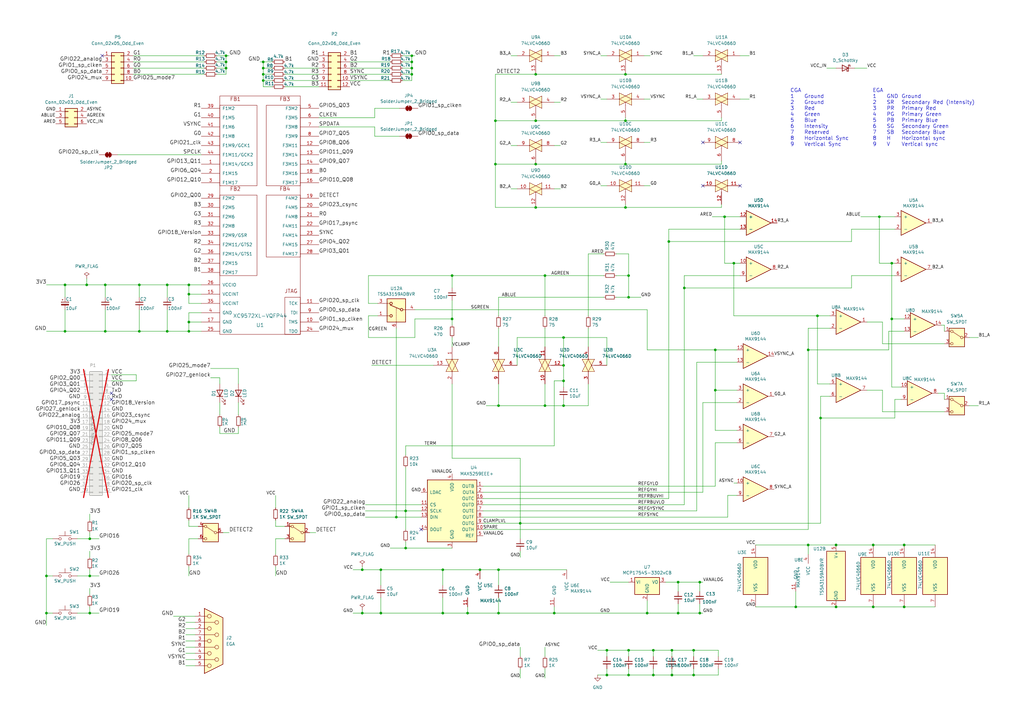
<source format=kicad_sch>
(kicad_sch
	(version 20250114)
	(generator "eeschema")
	(generator_version "9.0")
	(uuid "e267a3e0-ea93-4630-9528-f06a000f2e9c")
	(paper "A3")
	(title_block
		(title "RGBtoHDMI_Table")
		(date "2025-10-01")
		(rev "1.02")
		(company "SweProj.com")
	)
	
	(text "EGA\n1	GND	Ground	\n2	SR	Secondary Red (Intensity)	\n3	PR	Primary Red	\n4	PG	Primary Green	\n5	PB	Primary Blue	\n6	SG	Secondary Green \n7	SB	Secondary Blue \n8	H	Horizontal sync	\n9	V	Vertical sync	"
		(exclude_from_sim no)
		(at 357.886 48.26 0)
		(effects
			(font
				(size 1.524 1.524)
			)
			(justify left)
		)
		(uuid "2e3261f2-b152-4728-8e8f-95e8fc928460")
	)
	(text "CGA\n1	Ground\n2	Ground\n3	Red\n4	Green\n5	Blue\n6	Intensity\n7	Reserved\n8	Horizontal Sync\n9	Vertical Sync\n"
		(exclude_from_sim no)
		(at 324.104 48.26 0)
		(effects
			(font
				(size 1.524 1.524)
			)
			(justify left)
		)
		(uuid "cb442db8-e5e5-4994-9b9c-0c4c8d64ac48")
	)
	(junction
		(at 257.81 276.86)
		(diameter 0)
		(color 0 0 0 0)
		(uuid "08466f51-6f8d-4689-888d-1a104d697746")
	)
	(junction
		(at 256.54 30.48)
		(diameter 0)
		(color 0 0 0 0)
		(uuid "0892b9f6-c0cd-4675-80a0-84903b0a47a1")
	)
	(junction
		(at 148.59 251.46)
		(diameter 0)
		(color 0 0 0 0)
		(uuid "08f51fae-1450-48a0-bee2-afdb6412b485")
	)
	(junction
		(at 185.42 113.03)
		(diameter 0)
		(color 0 0 0 0)
		(uuid "0a257a89-3b3c-4c45-9fb1-ff19a4636d3f")
	)
	(junction
		(at 284.48 276.86)
		(diameter 0)
		(color 0 0 0 0)
		(uuid "0cbf7e07-835d-4ea8-8a91-53f7b849b848")
	)
	(junction
		(at 358.14 223.52)
		(diameter 0)
		(color 0 0 0 0)
		(uuid "0d5c6d09-ad48-452c-8619-789d23ae899f")
	)
	(junction
		(at 331.47 223.52)
		(diameter 0)
		(color 0 0 0 0)
		(uuid "1045c969-bc20-4b99-bb93-1fed951b5109")
	)
	(junction
		(at 256.54 85.09)
		(diameter 0)
		(color 0 0 0 0)
		(uuid "1173b33a-97c1-427f-a6c2-c79cd48c0f33")
	)
	(junction
		(at 35.56 116.84)
		(diameter 0)
		(color 0 0 0 0)
		(uuid "18ba37f3-5dd5-4180-94d1-6123bdb81ff1")
	)
	(junction
		(at 168.91 22.86)
		(diameter 0)
		(color 0 0 0 0)
		(uuid "197175cb-319e-4e79-aa29-9c8faa7d89ed")
	)
	(junction
		(at 287.02 238.76)
		(diameter 0)
		(color 0 0 0 0)
		(uuid "1972d008-06a8-4918-a21b-5e2935069f06")
	)
	(junction
		(at 156.21 251.46)
		(diameter 0)
		(color 0 0 0 0)
		(uuid "1df14224-2872-49ba-a68c-453e4545b266")
	)
	(junction
		(at 166.37 224.79)
		(diameter 0)
		(color 0 0 0 0)
		(uuid "215ce181-de86-4863-a9ac-f596aa488559")
	)
	(junction
		(at 196.85 233.68)
		(diameter 0)
		(color 0 0 0 0)
		(uuid "2306e860-93ed-4588-a789-b01b5ce3fcfb")
	)
	(junction
		(at 68.58 135.89)
		(diameter 0)
		(color 0 0 0 0)
		(uuid "23856956-9c9e-4939-9e02-3780aedaa28a")
	)
	(junction
		(at 223.52 113.03)
		(diameter 0)
		(color 0 0 0 0)
		(uuid "25d5aa17-31f0-4573-b175-87b20ce9a717")
	)
	(junction
		(at 19.05 251.46)
		(diameter 0)
		(color 0 0 0 0)
		(uuid "27092ffa-7492-42d6-a32a-c0ccb19291af")
	)
	(junction
		(at 358.14 248.92)
		(diameter 0)
		(color 0 0 0 0)
		(uuid "287da58d-6982-46c0-9f3f-d14440c8da1f")
	)
	(junction
		(at 219.71 67.31)
		(diameter 0)
		(color 0 0 0 0)
		(uuid "287daa7d-d4fd-43c7-b244-6116ed7a9f8d")
	)
	(junction
		(at 162.56 212.09)
		(diameter 0)
		(color 0 0 0 0)
		(uuid "29d07dbe-1f0e-43a6-a096-a9720f39eb60")
	)
	(junction
		(at 326.39 248.92)
		(diameter 0)
		(color 0 0 0 0)
		(uuid "2ba3699c-14fb-4d34-a5cc-403675bebcf6")
	)
	(junction
		(at 297.18 88.9)
		(diameter 0)
		(color 0 0 0 0)
		(uuid "2e35109b-b4dc-464e-a005-e528d2b02126")
	)
	(junction
		(at 57.15 135.89)
		(diameter 0)
		(color 0 0 0 0)
		(uuid "31ce266b-f47f-4d6b-af04-ef3c52efc38b")
	)
	(junction
		(at 275.59 266.7)
		(diameter 0)
		(color 0 0 0 0)
		(uuid "39afa630-2714-413b-bb6d-156bc8be4345")
	)
	(junction
		(at 287.02 251.46)
		(diameter 0)
		(color 0 0 0 0)
		(uuid "3b057d9e-fa67-4236-b5b8-8a59941c90d9")
	)
	(junction
		(at 219.71 30.48)
		(diameter 0)
		(color 0 0 0 0)
		(uuid "43c7a76c-f1e8-4912-9148-b191585406d5")
	)
	(junction
		(at 257.81 121.92)
		(diameter 0)
		(color 0 0 0 0)
		(uuid "43d86964-3be3-4592-97ae-4e05b310f249")
	)
	(junction
		(at 265.43 251.46)
		(diameter 0)
		(color 0 0 0 0)
		(uuid "44f408fe-7a0c-4201-a194-277633a7011b")
	)
	(junction
		(at 92.71 27.94)
		(diameter 0)
		(color 0 0 0 0)
		(uuid "455bec65-8a84-451b-9da8-cfd5aab1fb9a")
	)
	(junction
		(at 336.55 171.45)
		(diameter 0)
		(color 0 0 0 0)
		(uuid "4a1b1b75-0e82-4db0-b339-a1987f4d1856")
	)
	(junction
		(at 267.97 276.86)
		(diameter 0)
		(color 0 0 0 0)
		(uuid "50560054-38fe-4cac-946b-ce400ab51cc7")
	)
	(junction
		(at 107.95 30.48)
		(diameter 0)
		(color 0 0 0 0)
		(uuid "53e14851-0fcc-41db-a20d-022c61e1fc7f")
	)
	(junction
		(at 77.47 116.84)
		(diameter 0)
		(color 0 0 0 0)
		(uuid "54017bde-9a3d-4bf2-ae08-f4bf27ec91f9")
	)
	(junction
		(at 36.83 251.46)
		(diameter 0)
		(color 0 0 0 0)
		(uuid "54d8a881-31d8-4301-aaf6-35843f71a8cd")
	)
	(junction
		(at 300.99 107.95)
		(diameter 0)
		(color 0 0 0 0)
		(uuid "56cbf082-26b4-441a-9a5d-b77bbb56cec8")
	)
	(junction
		(at 204.47 233.68)
		(diameter 0)
		(color 0 0 0 0)
		(uuid "56f8f6c1-83bb-42a1-96e0-3aaefdd0b922")
	)
	(junction
		(at 223.52 166.37)
		(diameter 0)
		(color 0 0 0 0)
		(uuid "5be295a4-1014-49bf-a404-156b7a68f959")
	)
	(junction
		(at 275.59 276.86)
		(diameter 0)
		(color 0 0 0 0)
		(uuid "5c008db3-dba6-4ca6-ac31-38a30e15960f")
	)
	(junction
		(at 257.81 266.7)
		(diameter 0)
		(color 0 0 0 0)
		(uuid "5fb6ab53-e813-421f-aa1e-99a24bb5a254")
	)
	(junction
		(at 219.71 85.09)
		(diameter 0)
		(color 0 0 0 0)
		(uuid "60e3e3cd-14ca-4d9a-ad97-365390aee50f")
	)
	(junction
		(at 248.92 276.86)
		(diameter 0)
		(color 0 0 0 0)
		(uuid "61df47ea-a293-4c80-9ba1-ac5291785981")
	)
	(junction
		(at 43.18 116.84)
		(diameter 0)
		(color 0 0 0 0)
		(uuid "6200830a-dfe2-46a2-b6c3-da1b0c89d0c7")
	)
	(junction
		(at 168.91 25.4)
		(diameter 0)
		(color 0 0 0 0)
		(uuid "6457c51d-31d2-4623-b833-9f814f764f53")
	)
	(junction
		(at 92.71 22.86)
		(diameter 0)
		(color 0 0 0 0)
		(uuid "688f156c-0473-4fb1-be2e-7ab1bddb345c")
	)
	(junction
		(at 342.9 223.52)
		(diameter 0)
		(color 0 0 0 0)
		(uuid "69aad6e9-e68d-49ba-bd57-439a7ceb0018")
	)
	(junction
		(at 248.92 266.7)
		(diameter 0)
		(color 0 0 0 0)
		(uuid "6a63df51-4f85-4e4e-9982-992e3f8c491f")
	)
	(junction
		(at 43.18 135.89)
		(diameter 0)
		(color 0 0 0 0)
		(uuid "6e1385d8-7cf6-4cd6-9eb0-1bc3a28e609f")
	)
	(junction
		(at 36.83 236.22)
		(diameter 0)
		(color 0 0 0 0)
		(uuid "7051e813-5879-42d8-a242-36f8b47aff43")
	)
	(junction
		(at 168.91 27.94)
		(diameter 0)
		(color 0 0 0 0)
		(uuid "7237d2f1-9d81-4f69-9ffe-a1af3a94afef")
	)
	(junction
		(at 284.48 266.7)
		(diameter 0)
		(color 0 0 0 0)
		(uuid "736a3e15-a092-4d6a-aa8a-f1fda7adc488")
	)
	(junction
		(at 77.47 135.89)
		(diameter 0)
		(color 0 0 0 0)
		(uuid "7469029f-1a86-4a2c-b4c1-9b2debaa7601")
	)
	(junction
		(at 293.37 143.51)
		(diameter 0)
		(color 0 0 0 0)
		(uuid "74dcd0b6-9cc6-4fb7-b428-a1982333e331")
	)
	(junction
		(at 256.54 49.53)
		(diameter 0)
		(color 0 0 0 0)
		(uuid "787c63cb-9f92-48df-bfe9-ab53df3516a6")
	)
	(junction
		(at 231.14 138.43)
		(diameter 0)
		(color 0 0 0 0)
		(uuid "797dc4d7-ef42-48ec-8e95-8ed6d8d3a773")
	)
	(junction
		(at 156.21 233.68)
		(diameter 0)
		(color 0 0 0 0)
		(uuid "79bb6847-53ca-4381-9de9-7e7ea209bfcd")
	)
	(junction
		(at 360.68 88.9)
		(diameter 0)
		(color 0 0 0 0)
		(uuid "7eb471bb-457c-4ee2-9c1c-e87bc12e9d3f")
	)
	(junction
		(at 278.13 238.76)
		(diameter 0)
		(color 0 0 0 0)
		(uuid "8740d8e9-7708-4887-8b5f-4ffb6883e066")
	)
	(junction
		(at 278.13 251.46)
		(diameter 0)
		(color 0 0 0 0)
		(uuid "8f299ed9-6ddf-439d-bd78-01aff139ad5b")
	)
	(junction
		(at 107.95 27.94)
		(diameter 0)
		(color 0 0 0 0)
		(uuid "92bacbc5-06ac-435d-a560-6c3dde3e2ae5")
	)
	(junction
		(at 148.59 233.68)
		(diameter 0)
		(color 0 0 0 0)
		(uuid "9302f434-cdfd-4be2-ae6e-3db23f7bb3fc")
	)
	(junction
		(at 181.61 251.46)
		(diameter 0)
		(color 0 0 0 0)
		(uuid "988466bc-1dbb-4ad9-8608-4e1f2f824b54")
	)
	(junction
		(at 280.67 118.11)
		(diameter 0)
		(color 0 0 0 0)
		(uuid "99c87e14-ffa3-46d0-ae41-841c7400fa64")
	)
	(junction
		(at 331.47 143.51)
		(diameter 0)
		(color 0 0 0 0)
		(uuid "9b12e73e-76a3-463e-8387-a65be8bb5eee")
	)
	(junction
		(at 204.47 166.37)
		(diameter 0)
		(color 0 0 0 0)
		(uuid "9d0cca93-a464-468e-b9ab-528f1006b35e")
	)
	(junction
		(at 257.81 113.03)
		(diameter 0)
		(color 0 0 0 0)
		(uuid "a0376c55-a3ce-4f18-84d1-f47f8c995f42")
	)
	(junction
		(at 365.76 107.95)
		(diameter 0)
		(color 0 0 0 0)
		(uuid "a17d0bda-7b76-4ad4-9bbd-e05b697bd4b4")
	)
	(junction
		(at 77.47 120.65)
		(diameter 0)
		(color 0 0 0 0)
		(uuid "a4115131-bb43-4bfb-bbec-d383933735d4")
	)
	(junction
		(at 203.2 67.31)
		(diameter 0)
		(color 0 0 0 0)
		(uuid "a7779c71-e58e-4696-92a2-8236a430c311")
	)
	(junction
		(at 231.14 166.37)
		(diameter 0)
		(color 0 0 0 0)
		(uuid "a7810795-71c0-4b82-b0c3-157cafcb5f7e")
	)
	(junction
		(at 370.84 223.52)
		(diameter 0)
		(color 0 0 0 0)
		(uuid "aa4dea1a-9d38-4e20-b49d-508859c8d6d0")
	)
	(junction
		(at 185.42 130.81)
		(diameter 0)
		(color 0 0 0 0)
		(uuid "ae8511e6-734b-48a3-a14f-149906b83814")
	)
	(junction
		(at 92.71 25.4)
		(diameter 0)
		(color 0 0 0 0)
		(uuid "b6486c02-8fc8-4f4c-a299-783b34428a86")
	)
	(junction
		(at 213.36 214.63)
		(diameter 0)
		(color 0 0 0 0)
		(uuid "b77d6ea3-e14f-4105-bc74-780da8e4e34f")
	)
	(junction
		(at 19.05 236.22)
		(diameter 0)
		(color 0 0 0 0)
		(uuid "bd9d28ef-92ed-478a-9448-1e514bf56d85")
	)
	(junction
		(at 219.71 49.53)
		(diameter 0)
		(color 0 0 0 0)
		(uuid "c2b6b4b5-ea85-4912-a29d-c053ca52b697")
	)
	(junction
		(at 370.84 248.92)
		(diameter 0)
		(color 0 0 0 0)
		(uuid "c4177af6-a2c9-495d-b715-01ab9fa09787")
	)
	(junction
		(at 107.95 25.4)
		(diameter 0)
		(color 0 0 0 0)
		(uuid "c601031d-bdf2-4022-bd2b-69657e07ac52")
	)
	(junction
		(at 77.47 132.08)
		(diameter 0)
		(color 0 0 0 0)
		(uuid "cb5b18c4-508e-49c0-a2e1-1b55df265727")
	)
	(junction
		(at 293.37 160.02)
		(diameter 0)
		(color 0 0 0 0)
		(uuid "cbe31d93-12ec-4604-89be-950c0425dbec")
	)
	(junction
		(at 267.97 266.7)
		(diameter 0)
		(color 0 0 0 0)
		(uuid "cbf59965-f17f-46d1-995c-54dfb4363e6d")
	)
	(junction
		(at 342.9 248.92)
		(diameter 0)
		(color 0 0 0 0)
		(uuid "d00c27e2-03a4-4f64-945e-10bbf2cc97ea")
	)
	(junction
		(at 365.76 130.81)
		(diameter 0)
		(color 0 0 0 0)
		(uuid "d06a85b6-e09d-4a03-ace6-107fef4709ec")
	)
	(junction
		(at 26.67 116.84)
		(diameter 0)
		(color 0 0 0 0)
		(uuid "d0f4ef56-25e6-4cb6-9c4e-a9d3c7399fb8")
	)
	(junction
		(at 168.91 30.48)
		(diameter 0)
		(color 0 0 0 0)
		(uuid "d7277225-81b5-45a9-945b-c7aa0a134b0f")
	)
	(junction
		(at 274.32 99.06)
		(diameter 0)
		(color 0 0 0 0)
		(uuid "dce4c137-02fe-42b7-b617-94ce00d27213")
	)
	(junction
		(at 26.67 135.89)
		(diameter 0)
		(color 0 0 0 0)
		(uuid "e4080068-bc93-4337-bd35-02dc71f07f36")
	)
	(junction
		(at 227.33 251.46)
		(diameter 0)
		(color 0 0 0 0)
		(uuid "e53d2926-c2f8-4424-8935-971c6c9e9a01")
	)
	(junction
		(at 107.95 33.02)
		(diameter 0)
		(color 0 0 0 0)
		(uuid "e6dee58d-db29-4351-9191-12ef8cd53125")
	)
	(junction
		(at 181.61 233.68)
		(diameter 0)
		(color 0 0 0 0)
		(uuid "e74cf0b8-e615-4f45-9400-faf4f6afd2f6")
	)
	(junction
		(at 68.58 116.84)
		(diameter 0)
		(color 0 0 0 0)
		(uuid "e8b209e8-ab4d-4caf-8566-cb579d01d915")
	)
	(junction
		(at 57.15 116.84)
		(diameter 0)
		(color 0 0 0 0)
		(uuid "e9f4506f-12d7-4a1b-b2ce-5169d79542c4")
	)
	(junction
		(at 256.54 67.31)
		(diameter 0)
		(color 0 0 0 0)
		(uuid "ea974294-8426-4f58-8874-38edac57f84b")
	)
	(junction
		(at 335.28 129.54)
		(diameter 0)
		(color 0 0 0 0)
		(uuid "ec27c7b6-a93b-4ae9-984c-fc6dd78d1f66")
	)
	(junction
		(at 191.77 251.46)
		(diameter 0)
		(color 0 0 0 0)
		(uuid "ed96f9c2-4295-43d3-9cd0-17b0644f4d9b")
	)
	(junction
		(at 231.14 149.86)
		(diameter 0)
		(color 0 0 0 0)
		(uuid "ee46c49c-4156-4b8c-9eea-d543cdbbe32c")
	)
	(junction
		(at 203.2 49.53)
		(diameter 0)
		(color 0 0 0 0)
		(uuid "f11b8203-5ade-4ec7-b7ce-e4436fb0a390")
	)
	(junction
		(at 231.14 156.21)
		(diameter 0)
		(color 0 0 0 0)
		(uuid "f54081da-70ee-41ad-a5c2-7b344b2109af")
	)
	(junction
		(at 36.83 220.98)
		(diameter 0)
		(color 0 0 0 0)
		(uuid "f9815645-48e6-4a9d-9873-4309d9d95242")
	)
	(junction
		(at 166.37 209.55)
		(diameter 0)
		(color 0 0 0 0)
		(uuid "fe796529-3891-41f4-b909-7a842dad3298")
	)
	(junction
		(at 204.47 251.46)
		(diameter 0)
		(color 0 0 0 0)
		(uuid "ffbfd8ff-e1d8-4565-b8e1-8f583a245362")
	)
	(no_connect
		(at 303.53 76.2)
		(uuid "315f9cfb-c32e-4d3d-a7b2-b3137deb2e5c")
	)
	(no_connect
		(at 45.72 163.83)
		(uuid "4fde805f-eca3-4e0f-87d4-7b0441ebb5eb")
	)
	(no_connect
		(at 41.91 22.86)
		(uuid "581f7dac-b824-401a-873a-fbe785a00de6")
	)
	(no_connect
		(at 172.72 217.17)
		(uuid "654dd2fb-f74e-420c-a99f-bbde444e3ee9")
	)
	(no_connect
		(at 288.29 58.42)
		(uuid "68606a9c-37b5-4bde-9921-c733f955c392")
	)
	(no_connect
		(at 45.72 161.29)
		(uuid "9b5407df-5ed3-460a-a7f8-9ba99a81e1f1")
	)
	(no_connect
		(at 288.29 76.2)
		(uuid "d6fbd5e9-f98f-4813-adad-058fdab21ade")
	)
	(no_connect
		(at 303.53 58.42)
		(uuid "e28a20fa-079d-4cdb-859f-0fd712a9cb1e")
	)
	(wire
		(pts
			(xy 246.38 76.2) (xy 248.92 76.2)
		)
		(stroke
			(width 0)
			(type default)
		)
		(uuid "003289b6-f55d-4840-85ce-20c68e796c19")
	)
	(wire
		(pts
			(xy 77.47 203.2) (xy 77.47 208.28)
		)
		(stroke
			(width 0)
			(type default)
		)
		(uuid "0051a0d1-7dd7-4cc7-ad84-61bb4ccb4a27")
	)
	(wire
		(pts
			(xy 35.56 116.84) (xy 43.18 116.84)
		)
		(stroke
			(width 0)
			(type default)
		)
		(uuid "00bdcf4c-1f27-46d8-adb5-fbcf025eb87e")
	)
	(wire
		(pts
			(xy 163.83 44.45) (xy 153.67 44.45)
		)
		(stroke
			(width 0)
			(type default)
		)
		(uuid "042476ee-5efb-43ed-a0a5-f17cd6c2e531")
	)
	(wire
		(pts
			(xy 370.84 223.52) (xy 383.54 223.52)
		)
		(stroke
			(width 0)
			(type default)
		)
		(uuid "04902c53-3202-4759-b442-118ea81b0ec7")
	)
	(wire
		(pts
			(xy 227.33 248.92) (xy 227.33 251.46)
		)
		(stroke
			(width 0)
			(type default)
		)
		(uuid "050568f5-a980-4a3e-92c0-3348a1fbee41")
	)
	(wire
		(pts
			(xy 293.37 160.02) (xy 293.37 176.53)
		)
		(stroke
			(width 0)
			(type default)
		)
		(uuid "05a54df0-087c-4c20-a7f5-43387907d39a")
	)
	(wire
		(pts
			(xy 364.49 135.89) (xy 364.49 143.51)
		)
		(stroke
			(width 0)
			(type default)
		)
		(uuid "05b3dbd2-3b59-4071-8bf0-ed5257820ae3")
	)
	(wire
		(pts
			(xy 340.36 157.48) (xy 335.28 157.48)
		)
		(stroke
			(width 0)
			(type default)
		)
		(uuid "06ca07a1-feee-4207-baab-da8511d881db")
	)
	(wire
		(pts
			(xy 213.36 214.63) (xy 336.55 214.63)
		)
		(stroke
			(width 0)
			(type default)
		)
		(uuid "06cd3228-276b-4370-a2f2-6f019d325810")
	)
	(wire
		(pts
			(xy 331.47 223.52) (xy 342.9 223.52)
		)
		(stroke
			(width 0)
			(type default)
		)
		(uuid "06ee151e-fc37-492f-abd4-333844320ea1")
	)
	(wire
		(pts
			(xy 219.71 30.48) (xy 256.54 30.48)
		)
		(stroke
			(width 0)
			(type default)
		)
		(uuid "082441ea-32ca-4d39-bda5-26bd64d00238")
	)
	(wire
		(pts
			(xy 19.05 220.98) (xy 21.59 220.98)
		)
		(stroke
			(width 0)
			(type default)
		)
		(uuid "0825f906-af70-4aec-9b0f-1b08f6c2c377")
	)
	(wire
		(pts
			(xy 361.95 168.91) (xy 387.35 168.91)
		)
		(stroke
			(width 0)
			(type default)
		)
		(uuid "08da851e-be4c-40fe-b8e6-c1b42c5315fd")
	)
	(wire
		(pts
			(xy 43.18 116.84) (xy 57.15 116.84)
		)
		(stroke
			(width 0)
			(type default)
		)
		(uuid "095148f8-6f12-456e-a3f5-ac896c5cdf5a")
	)
	(wire
		(pts
			(xy 248.92 138.43) (xy 248.92 149.86)
		)
		(stroke
			(width 0)
			(type default)
		)
		(uuid "0bc2a893-ac4c-46d6-ad81-6d7c75369d94")
	)
	(wire
		(pts
			(xy 203.2 85.09) (xy 219.71 85.09)
		)
		(stroke
			(width 0)
			(type default)
		)
		(uuid "0c299efc-a82c-4296-9992-27f5e9cc67e0")
	)
	(wire
		(pts
			(xy 355.6 132.08) (xy 361.95 132.08)
		)
		(stroke
			(width 0)
			(type default)
		)
		(uuid "0c555a5e-918d-432c-9d05-b1379eb33b35")
	)
	(wire
		(pts
			(xy 287.02 242.57) (xy 287.02 238.76)
		)
		(stroke
			(width 0)
			(type default)
		)
		(uuid "0ce6ab06-8de7-4696-af40-c17a763f3e34")
	)
	(wire
		(pts
			(xy 300.99 129.54) (xy 300.99 107.95)
		)
		(stroke
			(width 0)
			(type default)
		)
		(uuid "0dc9eb2c-240e-453e-9d04-c12ca9be7f3f")
	)
	(wire
		(pts
			(xy 293.37 176.53) (xy 302.26 176.53)
		)
		(stroke
			(width 0)
			(type default)
		)
		(uuid "0eb71e06-646e-4ef6-8bef-837a22f2e30c")
	)
	(wire
		(pts
			(xy 113.03 213.36) (xy 113.03 215.9)
		)
		(stroke
			(width 0)
			(type default)
		)
		(uuid "0f3745ff-4c6a-4e02-9e74-8a958eb1b963")
	)
	(wire
		(pts
			(xy 241.3 104.14) (xy 241.3 129.54)
		)
		(stroke
			(width 0)
			(type default)
		)
		(uuid "0fa4c4c9-38dc-4df3-a594-b65e58759a22")
	)
	(wire
		(pts
			(xy 387.35 161.29) (xy 387.35 163.83)
		)
		(stroke
			(width 0)
			(type default)
		)
		(uuid "0fb1a783-be22-43a2-ae04-4083ccbfb19b")
	)
	(wire
		(pts
			(xy 331.47 143.51) (xy 331.47 134.62)
		)
		(stroke
			(width 0)
			(type default)
		)
		(uuid "0fe21ef1-19bd-4e49-894c-b9ea3ecc4288")
	)
	(wire
		(pts
			(xy 92.71 27.94) (xy 92.71 30.48)
		)
		(stroke
			(width 0)
			(type default)
		)
		(uuid "101f0477-1d75-429a-a7d0-74b41af858ac")
	)
	(wire
		(pts
			(xy 165.1 30.48) (xy 168.91 30.48)
		)
		(stroke
			(width 0)
			(type default)
		)
		(uuid "106ff332-b156-474e-bcc0-e06974de429f")
	)
	(wire
		(pts
			(xy 97.79 157.48) (xy 97.79 151.13)
		)
		(stroke
			(width 0)
			(type default)
		)
		(uuid "10708356-2a49-4204-85e8-25b796b8edbd")
	)
	(wire
		(pts
			(xy 185.42 130.81) (xy 170.18 130.81)
		)
		(stroke
			(width 0)
			(type default)
		)
		(uuid "10ecc365-45de-4f46-8a69-6a6901cad3a3")
	)
	(wire
		(pts
			(xy 293.37 143.51) (xy 265.43 143.51)
		)
		(stroke
			(width 0)
			(type default)
		)
		(uuid "11289e50-739f-4640-aa25-a1e3b3fb1550")
	)
	(wire
		(pts
			(xy 185.42 157.48) (xy 185.42 187.96)
		)
		(stroke
			(width 0)
			(type default)
		)
		(uuid "127a8760-4864-4e6b-8b25-f7effd1ccfdc")
	)
	(wire
		(pts
			(xy 68.58 116.84) (xy 77.47 116.84)
		)
		(stroke
			(width 0)
			(type default)
		)
		(uuid "12d3648b-685a-4769-8078-48d30a73b3df")
	)
	(wire
		(pts
			(xy 349.25 113.03) (xy 349.25 118.11)
		)
		(stroke
			(width 0)
			(type default)
		)
		(uuid "134f7f7a-1c57-4f0d-b949-d9a9bac22777")
	)
	(wire
		(pts
			(xy 245.11 276.86) (xy 248.92 276.86)
		)
		(stroke
			(width 0)
			(type default)
		)
		(uuid "13cc1a4b-6043-4488-8c67-3338629214c4")
	)
	(wire
		(pts
			(xy 97.79 175.26) (xy 97.79 177.8)
		)
		(stroke
			(width 0)
			(type default)
		)
		(uuid "142bc327-e8f0-484b-9324-a63dda3fce18")
	)
	(wire
		(pts
			(xy 302.26 203.2) (xy 298.45 203.2)
		)
		(stroke
			(width 0)
			(type default)
		)
		(uuid "1516df98-d604-4fd5-a0e5-ed55a4d2c89a")
	)
	(wire
		(pts
			(xy 153.67 52.07) (xy 130.81 52.07)
		)
		(stroke
			(width 0)
			(type default)
		)
		(uuid "15828900-ab53-4faa-9f5c-df7dbe8d7237")
	)
	(wire
		(pts
			(xy 273.05 238.76) (xy 278.13 238.76)
		)
		(stroke
			(width 0)
			(type default)
		)
		(uuid "15ffdbb2-2d56-485c-b793-1b973db2d4d2")
	)
	(wire
		(pts
			(xy 231.14 163.83) (xy 231.14 166.37)
		)
		(stroke
			(width 0)
			(type default)
		)
		(uuid "16305161-3cdc-4eb1-ad92-0726fb2d464e")
	)
	(wire
		(pts
			(xy 256.54 67.31) (xy 295.91 67.31)
		)
		(stroke
			(width 0)
			(type default)
		)
		(uuid "16485486-3b57-4a19-b161-0ccefa0cf6e3")
	)
	(wire
		(pts
			(xy 36.83 243.84) (xy 36.83 241.3)
		)
		(stroke
			(width 0)
			(type default)
		)
		(uuid "16aa72b8-4655-4762-9035-dd2221d48d5a")
	)
	(wire
		(pts
			(xy 246.38 40.64) (xy 248.92 40.64)
		)
		(stroke
			(width 0)
			(type default)
		)
		(uuid "17650bcc-695e-45d1-a1ad-6a5755ddd9a3")
	)
	(wire
		(pts
			(xy 151.13 113.03) (xy 185.42 113.03)
		)
		(stroke
			(width 0)
			(type default)
		)
		(uuid "17e52c5a-2131-44a7-adf1-4d9ac5df4460")
	)
	(wire
		(pts
			(xy 227.33 59.69) (xy 229.87 59.69)
		)
		(stroke
			(width 0)
			(type default)
		)
		(uuid "19233fdd-555f-47ea-b294-f6b6f081350b")
	)
	(wire
		(pts
			(xy 19.05 251.46) (xy 19.05 256.54)
		)
		(stroke
			(width 0)
			(type default)
		)
		(uuid "1a2b3880-6c27-4fee-9d56-011c6e99ebd8")
	)
	(wire
		(pts
			(xy 204.47 134.62) (xy 204.47 142.24)
		)
		(stroke
			(width 0)
			(type default)
		)
		(uuid "1a4be32e-6a4c-4bf9-9643-b78e38b63339")
	)
	(wire
		(pts
			(xy 331.47 227.33) (xy 331.47 223.52)
		)
		(stroke
			(width 0)
			(type default)
		)
		(uuid "1b81e2de-39a8-4c44-b0b9-046bf3ab4d2d")
	)
	(wire
		(pts
			(xy 360.68 107.95) (xy 360.68 88.9)
		)
		(stroke
			(width 0)
			(type default)
		)
		(uuid "1bfe0d08-05e9-472c-be5b-1673c29faab5")
	)
	(wire
		(pts
			(xy 77.47 220.98) (xy 77.47 227.33)
		)
		(stroke
			(width 0)
			(type default)
		)
		(uuid "1d956ca0-89b7-4490-8ae0-6a15d8097652")
	)
	(wire
		(pts
			(xy 57.15 116.84) (xy 68.58 116.84)
		)
		(stroke
			(width 0)
			(type default)
		)
		(uuid "1df228a7-dd4f-4e21-8899-42bd96e06438")
	)
	(wire
		(pts
			(xy 77.47 135.89) (xy 82.55 135.89)
		)
		(stroke
			(width 0)
			(type default)
		)
		(uuid "22162f71-c0af-43af-a606-5bfa80481f68")
	)
	(wire
		(pts
			(xy 113.03 203.2) (xy 113.03 208.28)
		)
		(stroke
			(width 0)
			(type default)
		)
		(uuid "223ca61d-ad4e-4b65-a4f3-f96a30f73ce4")
	)
	(wire
		(pts
			(xy 370.84 130.81) (xy 365.76 130.81)
		)
		(stroke
			(width 0)
			(type default)
		)
		(uuid "2263dfd1-d710-44d4-b41e-90d2bc0f564f")
	)
	(wire
		(pts
			(xy 71.12 252.73) (xy 80.01 252.73)
		)
		(stroke
			(width 0)
			(type default)
		)
		(uuid "24c15836-9e80-489d-bd99-4a59490f386a")
	)
	(wire
		(pts
			(xy 204.47 157.48) (xy 204.47 166.37)
		)
		(stroke
			(width 0)
			(type default)
		)
		(uuid "24decd52-e441-4e98-9ac4-c3e1d587be2a")
	)
	(wire
		(pts
			(xy 76.2 260.35) (xy 80.01 260.35)
		)
		(stroke
			(width 0)
			(type default)
		)
		(uuid "257fe1fc-445c-4e04-abb0-3f9c3173437d")
	)
	(wire
		(pts
			(xy 36.83 251.46) (xy 40.64 251.46)
		)
		(stroke
			(width 0)
			(type default)
		)
		(uuid "25bad7b2-c7c2-4083-b3cd-7bf7ffb25820")
	)
	(wire
		(pts
			(xy 204.47 245.11) (xy 204.47 251.46)
		)
		(stroke
			(width 0)
			(type default)
		)
		(uuid "262114a6-935a-4a6c-ba67-38465a3b3743")
	)
	(wire
		(pts
			(xy 265.43 246.38) (xy 265.43 251.46)
		)
		(stroke
			(width 0)
			(type default)
		)
		(uuid "26463393-06f3-478a-b18c-bce95e031eb9")
	)
	(wire
		(pts
			(xy 166.37 182.88) (xy 166.37 186.69)
		)
		(stroke
			(width 0)
			(type default)
		)
		(uuid "267021b4-00cb-4e63-98b8-bfaffb3c92ae")
	)
	(wire
		(pts
			(xy 45.72 153.67) (xy 55.88 153.67)
		)
		(stroke
			(width 0)
			(type default)
		)
		(uuid "28bbdc22-870d-4ce7-bd5d-13c5bd2ebb45")
	)
	(wire
		(pts
			(xy 76.2 257.81) (xy 80.01 257.81)
		)
		(stroke
			(width 0)
			(type default)
		)
		(uuid "291da500-e793-4a5b-baea-fe59500b6ef8")
	)
	(wire
		(pts
			(xy 340.36 129.54) (xy 335.28 129.54)
		)
		(stroke
			(width 0)
			(type default)
		)
		(uuid "296215ec-ddf2-4e62-96f4-2b754f1a4008")
	)
	(wire
		(pts
			(xy 156.21 251.46) (xy 181.61 251.46)
		)
		(stroke
			(width 0)
			(type default)
		)
		(uuid "2a65ee6a-c3a0-43b4-a931-94d18f173851")
	)
	(wire
		(pts
			(xy 181.61 240.03) (xy 181.61 233.68)
		)
		(stroke
			(width 0)
			(type default)
		)
		(uuid "2b91d848-fe22-4f5d-958a-defaab59ccf1")
	)
	(wire
		(pts
			(xy 149.86 207.01) (xy 172.72 207.01)
		)
		(stroke
			(width 0)
			(type default)
		)
		(uuid "2bcac2ce-fe8b-428f-8559-7a13be1aba60")
	)
	(wire
		(pts
			(xy 370.84 135.89) (xy 364.49 135.89)
		)
		(stroke
			(width 0)
			(type default)
		)
		(uuid "2bfcc351-4130-4846-b63b-4d4507511aa0")
	)
	(wire
		(pts
			(xy 358.14 223.52) (xy 370.84 223.52)
		)
		(stroke
			(width 0)
			(type default)
		)
		(uuid "2c3c1b04-82ae-40af-96ab-c75f5d5b1e86")
	)
	(wire
		(pts
			(xy 264.16 58.42) (xy 266.7 58.42)
		)
		(stroke
			(width 0)
			(type default)
		)
		(uuid "2ca998d6-e8dd-4881-a33b-780dcd936f65")
	)
	(wire
		(pts
			(xy 257.81 266.7) (xy 257.81 269.24)
		)
		(stroke
			(width 0)
			(type default)
		)
		(uuid "2d8d6882-48f9-4660-b6d8-79829500b309")
	)
	(wire
		(pts
			(xy 257.81 113.03) (xy 257.81 104.14)
		)
		(stroke
			(width 0)
			(type default)
		)
		(uuid "2d9274b4-3d56-4ab0-a44f-e67a0f4c0bef")
	)
	(wire
		(pts
			(xy 370.84 248.92) (xy 383.54 248.92)
		)
		(stroke
			(width 0)
			(type default)
		)
		(uuid "2ddc1268-edc6-4211-8856-d09100ab4356")
	)
	(wire
		(pts
			(xy 300.99 107.95) (xy 297.18 107.95)
		)
		(stroke
			(width 0)
			(type default)
		)
		(uuid "2e22b336-430d-40c1-b062-93f4f84ae4c2")
	)
	(wire
		(pts
			(xy 285.75 148.59) (xy 285.75 209.55)
		)
		(stroke
			(width 0)
			(type default)
		)
		(uuid "2e823de9-a84f-47d6-a3d3-e7a8e62697a4")
	)
	(wire
		(pts
			(xy 113.03 220.98) (xy 116.84 220.98)
		)
		(stroke
			(width 0)
			(type default)
		)
		(uuid "2f95f8c8-4208-44cf-98d6-d439ff7da525")
	)
	(wire
		(pts
			(xy 204.47 233.68) (xy 232.41 233.68)
		)
		(stroke
			(width 0)
			(type default)
		)
		(uuid "304feac9-bcab-4652-8a57-4ab94e506d28")
	)
	(wire
		(pts
			(xy 367.03 163.83) (xy 369.57 163.83)
		)
		(stroke
			(width 0)
			(type default)
		)
		(uuid "3128dbf4-d44e-4f44-8a02-a3ea407ec895")
	)
	(wire
		(pts
			(xy 31.75 236.22) (xy 36.83 236.22)
		)
		(stroke
			(width 0)
			(type default)
		)
		(uuid "316127eb-cde1-4105-9eda-4b4606b77ff1")
	)
	(wire
		(pts
			(xy 198.12 217.17) (xy 331.47 217.17)
		)
		(stroke
			(width 0)
			(type default)
		)
		(uuid "31d1d443-ce27-4991-812b-69020674dea7")
	)
	(wire
		(pts
			(xy 163.83 55.88) (xy 153.67 55.88)
		)
		(stroke
			(width 0)
			(type default)
		)
		(uuid "324d10d8-07de-44e7-84e1-e2f2f38b87e9")
	)
	(wire
		(pts
			(xy 143.51 27.94) (xy 160.02 27.94)
		)
		(stroke
			(width 0)
			(type default)
		)
		(uuid "32c8e6bf-c1e1-410d-be26-f5352986c085")
	)
	(wire
		(pts
			(xy 168.91 27.94) (xy 168.91 25.4)
		)
		(stroke
			(width 0)
			(type default)
		)
		(uuid "33e624f4-956d-4932-ba80-7a9cc9d006a7")
	)
	(wire
		(pts
			(xy 367.03 171.45) (xy 367.03 163.83)
		)
		(stroke
			(width 0)
			(type default)
		)
		(uuid "345db3e6-90f9-428d-b137-819a373039c3")
	)
	(wire
		(pts
			(xy 82.55 120.65) (xy 77.47 120.65)
		)
		(stroke
			(width 0)
			(type default)
		)
		(uuid "3471d908-4b9d-420e-869e-9715470db6a8")
	)
	(wire
		(pts
			(xy 76.2 255.27) (xy 80.01 255.27)
		)
		(stroke
			(width 0)
			(type default)
		)
		(uuid "35b18565-7031-4a50-82dd-8380959db02d")
	)
	(wire
		(pts
			(xy 248.92 58.42) (xy 246.38 58.42)
		)
		(stroke
			(width 0)
			(type default)
		)
		(uuid "35e8c521-1654-40f2-a824-153bda4a90d8")
	)
	(wire
		(pts
			(xy 196.85 233.68) (xy 204.47 233.68)
		)
		(stroke
			(width 0)
			(type default)
		)
		(uuid "35f9fdcb-9c8c-4831-965e-5542788393ed")
	)
	(wire
		(pts
			(xy 303.53 40.64) (xy 307.34 40.64)
		)
		(stroke
			(width 0)
			(type default)
		)
		(uuid "3834d1c6-0b82-4f3e-9abb-92250734ccf5")
	)
	(wire
		(pts
			(xy 181.61 233.68) (xy 196.85 233.68)
		)
		(stroke
			(width 0)
			(type default)
		)
		(uuid "38725ad8-e0f7-43c4-a3e4-f6c0acf2aa14")
	)
	(wire
		(pts
			(xy 227.33 182.88) (xy 227.33 156.21)
		)
		(stroke
			(width 0)
			(type default)
		)
		(uuid "3948f3f8-816e-425c-86ad-f2b5d7fa2df1")
	)
	(wire
		(pts
			(xy 36.83 228.6) (xy 36.83 226.06)
		)
		(stroke
			(width 0)
			(type default)
		)
		(uuid "39638542-2158-4c89-8f5b-e07b1e1be9df")
	)
	(wire
		(pts
			(xy 19.05 236.22) (xy 21.59 236.22)
		)
		(stroke
			(width 0)
			(type default)
		)
		(uuid "39b1e68c-2ee6-4fb1-a13e-5e2c1cb8d08d")
	)
	(wire
		(pts
			(xy 107.95 35.56) (xy 111.76 35.56)
		)
		(stroke
			(width 0)
			(type default)
		)
		(uuid "3b5bc61a-213b-4e49-b2b1-88feba12c440")
	)
	(wire
		(pts
			(xy 288.29 165.1) (xy 288.29 201.93)
		)
		(stroke
			(width 0)
			(type default)
		)
		(uuid "3bb75cf1-dbd7-4851-90d5-5a33baadcb5b")
	)
	(wire
		(pts
			(xy 280.67 113.03) (xy 280.67 118.11)
		)
		(stroke
			(width 0)
			(type default)
		)
		(uuid "3ed8aa1d-39f0-4edb-9e13-a68c4806448b")
	)
	(wire
		(pts
			(xy 384.81 161.29) (xy 387.35 161.29)
		)
		(stroke
			(width 0)
			(type default)
		)
		(uuid "3f0c9cac-386c-4a74-a148-db9b5507fdfe")
	)
	(wire
		(pts
			(xy 107.95 33.02) (xy 107.95 35.56)
		)
		(stroke
			(width 0)
			(type default)
		)
		(uuid "40050bfc-6201-4459-a92d-b0484f63eba7")
	)
	(wire
		(pts
			(xy 77.47 220.98) (xy 81.28 220.98)
		)
		(stroke
			(width 0)
			(type default)
		)
		(uuid "400fd207-5ef0-4738-85bf-7bc711a60236")
	)
	(wire
		(pts
			(xy 361.95 132.08) (xy 361.95 140.97)
		)
		(stroke
			(width 0)
			(type default)
		)
		(uuid "41519c52-9e18-4763-9c1d-bfd441a8128f")
	)
	(wire
		(pts
			(xy 185.42 123.19) (xy 185.42 130.81)
		)
		(stroke
			(width 0)
			(type default)
		)
		(uuid "418a622f-0781-4028-809e-697a07b36e37")
	)
	(wire
		(pts
			(xy 219.71 49.53) (xy 256.54 49.53)
		)
		(stroke
			(width 0)
			(type default)
		)
		(uuid "42962972-aaad-4ffa-8e36-65fa92c1b322")
	)
	(wire
		(pts
			(xy 203.2 67.31) (xy 203.2 85.09)
		)
		(stroke
			(width 0)
			(type default)
		)
		(uuid "42a678a3-64dc-4723-8029-1ab1857e69de")
	)
	(wire
		(pts
			(xy 26.67 116.84) (xy 35.56 116.84)
		)
		(stroke
			(width 0)
			(type default)
		)
		(uuid "42e98e24-8b24-4ab9-ba55-2386dedc820c")
	)
	(wire
		(pts
			(xy 185.42 130.81) (xy 185.42 133.35)
		)
		(stroke
			(width 0)
			(type default)
		)
		(uuid "431c4d9a-c66c-4d62-b6df-bb75c386cb30")
	)
	(wire
		(pts
			(xy 336.55 214.63) (xy 336.55 171.45)
		)
		(stroke
			(width 0)
			(type default)
		)
		(uuid "436b166d-cd76-4c95-95a3-f2861abc48d9")
	)
	(wire
		(pts
			(xy 267.97 276.86) (xy 275.59 276.86)
		)
		(stroke
			(width 0)
			(type default)
		)
		(uuid "43993793-3211-40fe-9321-e2242c015252")
	)
	(wire
		(pts
			(xy 367.03 107.95) (xy 365.76 107.95)
		)
		(stroke
			(width 0)
			(type default)
		)
		(uuid "43cbb749-f033-40e8-80ae-7a1b6138d140")
	)
	(wire
		(pts
			(xy 288.29 22.86) (xy 284.48 22.86)
		)
		(stroke
			(width 0)
			(type default)
		)
		(uuid "4547cb59-4dcc-4d69-9ee1-f45142bfce68")
	)
	(wire
		(pts
			(xy 77.47 116.84) (xy 77.47 120.65)
		)
		(stroke
			(width 0)
			(type default)
		)
		(uuid "456f2b39-46b3-4322-9ae0-6af20cf0454f")
	)
	(wire
		(pts
			(xy 26.67 135.89) (xy 26.67 127)
		)
		(stroke
			(width 0)
			(type default)
		)
		(uuid "45dcc510-7455-4620-aa23-f7ee48c6f571")
	)
	(wire
		(pts
			(xy 36.83 236.22) (xy 36.83 233.68)
		)
		(stroke
			(width 0)
			(type default)
		)
		(uuid "4628bd9a-4db6-4e0e-97b0-8924fc71c76f")
	)
	(wire
		(pts
			(xy 55.88 156.21) (xy 45.72 156.21)
		)
		(stroke
			(width 0)
			(type default)
		)
		(uuid "46625ebd-5787-4286-8244-8f68f4acf1a5")
	)
	(wire
		(pts
			(xy 247.65 121.92) (xy 204.47 121.92)
		)
		(stroke
			(width 0)
			(type default)
		)
		(uuid "46da5fce-ef75-48a6-bfe2-f58564d66c07")
	)
	(wire
		(pts
			(xy 295.91 49.53) (xy 256.54 49.53)
		)
		(stroke
			(width 0)
			(type default)
		)
		(uuid "483a5f2f-6cac-4f6d-8bf8-965f73c8f056")
	)
	(wire
		(pts
			(xy 231.14 166.37) (xy 241.3 166.37)
		)
		(stroke
			(width 0)
			(type default)
		)
		(uuid "48a62f7b-19c1-48c0-8091-b3127fb9855c")
	)
	(wire
		(pts
			(xy 309.88 223.52) (xy 331.47 223.52)
		)
		(stroke
			(width 0)
			(type default)
		)
		(uuid "48e70a2b-37ca-44f2-9c1c-7d549793cb52")
	)
	(wire
		(pts
			(xy 287.02 247.65) (xy 287.02 251.46)
		)
		(stroke
			(width 0)
			(type default)
		)
		(uuid "49849629-3829-4b41-8bb6-c79d76aaf4f7")
	)
	(wire
		(pts
			(xy 191.77 251.46) (xy 204.47 251.46)
		)
		(stroke
			(width 0)
			(type default)
		)
		(uuid "4a0e6b41-5677-4dcc-b1f2-750ac261f328")
	)
	(wire
		(pts
			(xy 35.56 114.3) (xy 35.56 116.84)
		)
		(stroke
			(width 0)
			(type default)
		)
		(uuid "4b0dfa2f-f9d4-46f3-8b1c-3c25d36fb9e2")
	)
	(wire
		(pts
			(xy 278.13 242.57) (xy 278.13 238.76)
		)
		(stroke
			(width 0)
			(type default)
		)
		(uuid "4beb9acb-5f17-40f2-af61-d5aae4297220")
	)
	(wire
		(pts
			(xy 168.91 22.86) (xy 170.18 22.86)
		)
		(stroke
			(width 0)
			(type default)
		)
		(uuid "4c06757a-36c2-4751-ab90-1628c1cc18f7")
	)
	(wire
		(pts
			(xy 212.09 138.43) (xy 212.09 149.86)
		)
		(stroke
			(width 0)
			(type default)
		)
		(uuid "4d0629b8-c978-410b-a941-895d2ea48b59")
	)
	(wire
		(pts
			(xy 309.88 248.92) (xy 326.39 248.92)
		)
		(stroke
			(width 0)
			(type default)
		)
		(uuid "4d67f46e-f1f8-41e9-8b0e-ea361c8150ca")
	)
	(wire
		(pts
			(xy 213.36 228.6) (xy 213.36 226.06)
		)
		(stroke
			(width 0)
			(type default)
		)
		(uuid "4dfe3d31-1903-4a03-9b6f-e447c242ef39")
	)
	(wire
		(pts
			(xy 365.76 158.75) (xy 369.57 158.75)
		)
		(stroke
			(width 0)
			(type default)
		)
		(uuid "4f2b259b-f3c4-4387-a891-a1661cc0f610")
	)
	(wire
		(pts
			(xy 331.47 134.62) (xy 340.36 134.62)
		)
		(stroke
			(width 0)
			(type default)
		)
		(uuid "4f31f618-92f2-4f8f-9607-f50d2f422e7c")
	)
	(wire
		(pts
			(xy 227.33 77.47) (xy 229.87 77.47)
		)
		(stroke
			(width 0)
			(type default)
		)
		(uuid "4f4f84bc-64cd-4810-b928-2712474800cb")
	)
	(wire
		(pts
			(xy 57.15 116.84) (xy 57.15 121.92)
		)
		(stroke
			(width 0)
			(type default)
		)
		(uuid "4f8f1001-688c-4ac7-9666-6f771acd9489")
	)
	(wire
		(pts
			(xy 223.52 265.43) (xy 223.52 269.24)
		)
		(stroke
			(width 0)
			(type default)
		)
		(uuid "4fb60abb-43c4-4d66-9f5f-e6e9e9cf0a06")
	)
	(wire
		(pts
			(xy 227.33 22.86) (xy 229.87 22.86)
		)
		(stroke
			(width 0)
			(type default)
		)
		(uuid "5009c025-ac4f-45ee-9878-f4bfabe72e19")
	)
	(wire
		(pts
			(xy 294.64 276.86) (xy 294.64 274.32)
		)
		(stroke
			(width 0)
			(type default)
		)
		(uuid "50af8b79-1162-4c65-9bea-f77c45c8f1f5")
	)
	(wire
		(pts
			(xy 97.79 151.13) (xy 86.36 151.13)
		)
		(stroke
			(width 0)
			(type default)
		)
		(uuid "51adbf91-3d83-4dde-978c-852e131cc84a")
	)
	(wire
		(pts
			(xy 113.03 236.22) (xy 113.03 232.41)
		)
		(stroke
			(width 0)
			(type default)
		)
		(uuid "5291ecb7-e902-4b8f-8ad7-40fe624ad424")
	)
	(wire
		(pts
			(xy 336.55 162.56) (xy 340.36 162.56)
		)
		(stroke
			(width 0)
			(type default)
		)
		(uuid "5400d33b-38b7-41af-9426-8ad36716b18a")
	)
	(wire
		(pts
			(xy 278.13 251.46) (xy 287.02 251.46)
		)
		(stroke
			(width 0)
			(type default)
		)
		(uuid "54329651-86ae-432a-9a25-978b027694ab")
	)
	(wire
		(pts
			(xy 212.09 77.47) (xy 209.55 77.47)
		)
		(stroke
			(width 0)
			(type default)
		)
		(uuid "55148ab0-43f2-45d2-9625-0acf46cb19f7")
	)
	(wire
		(pts
			(xy 326.39 242.57) (xy 326.39 248.92)
		)
		(stroke
			(width 0)
			(type default)
		)
		(uuid "5654a7d6-9fa9-4b26-a6b0-415a45317b05")
	)
	(wire
		(pts
			(xy 248.92 266.7) (xy 248.92 269.24)
		)
		(stroke
			(width 0)
			(type default)
		)
		(uuid "56691702-df12-4f31-a74f-d8c30f16310f")
	)
	(wire
		(pts
			(xy 256.54 67.31) (xy 256.54 66.04)
		)
		(stroke
			(width 0)
			(type default)
		)
		(uuid "584981e6-d2ff-4c69-b4f4-74e4ca373bb1")
	)
	(wire
		(pts
			(xy 342.9 248.92) (xy 358.14 248.92)
		)
		(stroke
			(width 0)
			(type default)
		)
		(uuid "586311f5-efed-4216-8313-bfb2355c6cc4")
	)
	(wire
		(pts
			(xy 267.97 266.7) (xy 275.59 266.7)
		)
		(stroke
			(width 0)
			(type default)
		)
		(uuid "5920e9d8-7bf5-4fca-9537-7ee7f0beb901")
	)
	(wire
		(pts
			(xy 181.61 251.46) (xy 191.77 251.46)
		)
		(stroke
			(width 0)
			(type default)
		)
		(uuid "5a1f6773-9e55-468f-9b36-2af5d95de85f")
	)
	(wire
		(pts
			(xy 303.53 22.86) (xy 307.34 22.86)
		)
		(stroke
			(width 0)
			(type default)
		)
		(uuid "5a62cb2b-db56-48c2-9eda-97e30feaacf4")
	)
	(wire
		(pts
			(xy 203.2 49.53) (xy 219.71 49.53)
		)
		(stroke
			(width 0)
			(type default)
		)
		(uuid "5b079968-d32e-40c0-bac7-e58ff5c89a92")
	)
	(wire
		(pts
			(xy 77.47 128.27) (xy 77.47 132.08)
		)
		(stroke
			(width 0)
			(type default)
		)
		(uuid "5c702d00-febd-42b0-8835-9dd996923283")
	)
	(wire
		(pts
			(xy 130.81 27.94) (xy 116.84 27.94)
		)
		(stroke
			(width 0)
			(type default)
		)
		(uuid "5cc21ac7-1b4d-4351-a9f6-d6537a2b605c")
	)
	(wire
		(pts
			(xy 335.28 129.54) (xy 300.99 129.54)
		)
		(stroke
			(width 0)
			(type default)
		)
		(uuid "5cf0b3d3-db6a-47e1-8005-622f4de9cca3")
	)
	(wire
		(pts
			(xy 198.12 201.93) (xy 288.29 201.93)
		)
		(stroke
			(width 0)
			(type default)
		)
		(uuid "5d6f7147-ea5b-453c-830f-1ea5658c6a8f")
	)
	(wire
		(pts
			(xy 54.61 30.48) (xy 83.82 30.48)
		)
		(stroke
			(width 0)
			(type default)
		)
		(uuid "5dae8d87-09fb-4435-8764-860832598bf2")
	)
	(wire
		(pts
			(xy 223.52 274.32) (xy 223.52 278.13)
		)
		(stroke
			(width 0)
			(type default)
		)
		(uuid "5e76d55d-7bd0-4e31-a306-48fe29f91a66")
	)
	(wire
		(pts
			(xy 302.26 198.12) (xy 300.99 198.12)
		)
		(stroke
			(width 0)
			(type default)
		)
		(uuid "5f202fce-36d3-4351-a003-f08838512505")
	)
	(wire
		(pts
			(xy 274.32 93.98) (xy 274.32 99.06)
		)
		(stroke
			(width 0)
			(type default)
		)
		(uuid "60fb87b7-2981-4699-aa1d-212c44827c6d")
	)
	(wire
		(pts
			(xy 113.03 215.9) (xy 116.84 215.9)
		)
		(stroke
			(width 0)
			(type default)
		)
		(uuid "61a94540-96ea-4578-8f90-cd1d79af4e4b")
	)
	(wire
		(pts
			(xy 92.71 22.86) (xy 93.98 22.86)
		)
		(stroke
			(width 0)
			(type default)
		)
		(uuid "62423813-3d65-4036-be47-5c10bc5f64e9")
	)
	(wire
		(pts
			(xy 294.64 266.7) (xy 294.64 269.24)
		)
		(stroke
			(width 0)
			(type default)
		)
		(uuid "62545342-a0bc-4568-808c-f054bb7985af")
	)
	(wire
		(pts
			(xy 355.6 160.02) (xy 361.95 160.02)
		)
		(stroke
			(width 0)
			(type default)
		)
		(uuid "62e80266-818c-4379-abdb-cbf98276daf3")
	)
	(wire
		(pts
			(xy 339.09 27.94) (xy 342.9 27.94)
		)
		(stroke
			(width 0)
			(type default)
		)
		(uuid "62f76458-caf9-4063-8a35-4d6782713774")
	)
	(wire
		(pts
			(xy 156.21 240.03) (xy 156.21 233.68)
		)
		(stroke
			(width 0)
			(type default)
		)
		(uuid "63534588-9f6b-4416-9ae2-41b01588aa7b")
	)
	(wire
		(pts
			(xy 91.44 218.44) (xy 93.98 218.44)
		)
		(stroke
			(width 0)
			(type default)
		)
		(uuid "63ec17e1-a4ab-4c7b-a082-ebe1f205181c")
	)
	(wire
		(pts
			(xy 256.54 30.48) (xy 295.91 30.48)
		)
		(stroke
			(width 0)
			(type default)
		)
		(uuid "6554655a-cf98-4295-99bd-474becf0c004")
	)
	(wire
		(pts
			(xy 349.25 118.11) (xy 280.67 118.11)
		)
		(stroke
			(width 0)
			(type default)
		)
		(uuid "66660bee-8fe4-47d5-9b69-8b99cf6a982d")
	)
	(wire
		(pts
			(xy 275.59 276.86) (xy 275.59 274.32)
		)
		(stroke
			(width 0)
			(type default)
		)
		(uuid "670ef102-610e-4764-8c91-48a944573a0e")
	)
	(wire
		(pts
			(xy 284.48 266.7) (xy 284.48 269.24)
		)
		(stroke
			(width 0)
			(type default)
		)
		(uuid "672f79ed-ccd9-41d3-8a2f-fa7eadab3a14")
	)
	(wire
		(pts
			(xy 349.25 99.06) (xy 274.32 99.06)
		)
		(stroke
			(width 0)
			(type default)
		)
		(uuid "6764aa6f-fc5f-4c57-9f22-86a155fa7a9b")
	)
	(wire
		(pts
			(xy 36.83 236.22) (xy 40.64 236.22)
		)
		(stroke
			(width 0)
			(type default)
		)
		(uuid "67714424-a37b-425e-948b-b5624724a011")
	)
	(wire
		(pts
			(xy 130.81 35.56) (xy 116.84 35.56)
		)
		(stroke
			(width 0)
			(type default)
		)
		(uuid "68a64150-5fba-4f57-8f16-308fdbeb0e77")
	)
	(wire
		(pts
			(xy 223.52 166.37) (xy 223.52 157.48)
		)
		(stroke
			(width 0)
			(type default)
		)
		(uuid "695ef340-b2ef-482b-a298-debd7d8ca0cd")
	)
	(wire
		(pts
			(xy 168.91 33.02) (xy 168.91 30.48)
		)
		(stroke
			(width 0)
			(type default)
		)
		(uuid "6aef20f3-cd0e-4f6f-8fc6-54a11cbb99bc")
	)
	(wire
		(pts
			(xy 113.03 220.98) (xy 113.03 227.33)
		)
		(stroke
			(width 0)
			(type default)
		)
		(uuid "6b2d2914-c957-4f67-9c0b-acd03dee3c09")
	)
	(wire
		(pts
			(xy 107.95 30.48) (xy 111.76 30.48)
		)
		(stroke
			(width 0)
			(type default)
		)
		(uuid "6b4c8785-8537-4136-94f4-629de343db68")
	)
	(wire
		(pts
			(xy 36.83 251.46) (xy 36.83 248.92)
		)
		(stroke
			(width 0)
			(type default)
		)
		(uuid "6c071aad-1974-4204-ab0f-94244988d7b8")
	)
	(wire
		(pts
			(xy 213.36 265.43) (xy 213.36 269.24)
		)
		(stroke
			(width 0)
			(type default)
		)
		(uuid "6c507cbe-a39b-4c7c-ad88-5066155bc83f")
	)
	(wire
		(pts
			(xy 168.91 25.4) (xy 168.91 22.86)
		)
		(stroke
			(width 0)
			(type default)
		)
		(uuid "6c92c9d7-296a-430d-a091-eb6301e0a22f")
	)
	(wire
		(pts
			(xy 148.59 233.68) (xy 156.21 233.68)
		)
		(stroke
			(width 0)
			(type default)
		)
		(uuid "6ccc6460-ce08-4131-9f91-e895c93672f9")
	)
	(wire
		(pts
			(xy 295.91 48.26) (xy 295.91 49.53)
		)
		(stroke
			(width 0)
			(type default)
		)
		(uuid "6ce23fcb-3df6-44d1-a768-0af1ba8285e2")
	)
	(wire
		(pts
			(xy 342.9 223.52) (xy 358.14 223.52)
		)
		(stroke
			(width 0)
			(type default)
		)
		(uuid "6df56c1a-e134-4122-aeff-c37e4748c663")
	)
	(wire
		(pts
			(xy 203.2 49.53) (xy 203.2 67.31)
		)
		(stroke
			(width 0)
			(type default)
		)
		(uuid "6e26b669-f858-4e70-a5e5-9a4196c71686")
	)
	(wire
		(pts
			(xy 275.59 266.7) (xy 275.59 269.24)
		)
		(stroke
			(width 0)
			(type default)
		)
		(uuid "700e29a8-4f06-477a-bbf6-d00eb1ba9620")
	)
	(wire
		(pts
			(xy 250.19 238.76) (xy 257.81 238.76)
		)
		(stroke
			(width 0)
			(type default)
		)
		(uuid "7150da0c-c2a7-4aea-ba2b-9d7f36ed9733")
	)
	(wire
		(pts
			(xy 36.83 220.98) (xy 36.83 218.44)
		)
		(stroke
			(width 0)
			(type default)
		)
		(uuid "7181d48c-9ead-421a-ae3f-043c82ea79cb")
	)
	(wire
		(pts
			(xy 198.12 207.01) (xy 280.67 207.01)
		)
		(stroke
			(width 0)
			(type default)
		)
		(uuid "71d6b039-8f91-4b35-9149-b0eea0c75d01")
	)
	(wire
		(pts
			(xy 165.1 25.4) (xy 168.91 25.4)
		)
		(stroke
			(width 0)
			(type default)
		)
		(uuid "730f73f3-6597-4ab6-a8ac-ffa0485ea8e3")
	)
	(wire
		(pts
			(xy 152.4 149.86) (xy 177.8 149.86)
		)
		(stroke
			(width 0)
			(type default)
		)
		(uuid "7375b9a0-f949-4321-920a-7d57a8b1916a")
	)
	(wire
		(pts
			(xy 166.37 217.17) (xy 166.37 209.55)
		)
		(stroke
			(width 0)
			(type default)
		)
		(uuid "73ab75ed-dbe7-44d4-8014-f4572d5989c2")
	)
	(wire
		(pts
			(xy 26.67 135.89) (xy 43.18 135.89)
		)
		(stroke
			(width 0)
			(type default)
		)
		(uuid "73cf85d4-4d3d-44b8-9a5a-60a55b31a16f")
	)
	(wire
		(pts
			(xy 257.81 266.7) (xy 267.97 266.7)
		)
		(stroke
			(width 0)
			(type default)
		)
		(uuid "74c79a3a-d9c5-434b-b5c0-33fc4b17bf44")
	)
	(wire
		(pts
			(xy 336.55 171.45) (xy 336.55 162.56)
		)
		(stroke
			(width 0)
			(type default)
		)
		(uuid "74f5305a-ab43-4fd6-9d41-384bfc4d8867")
	)
	(wire
		(pts
			(xy 204.47 121.92) (xy 204.47 129.54)
		)
		(stroke
			(width 0)
			(type default)
		)
		(uuid "751a90ad-f8a4-4130-bbc8-d55d3bc3e852")
	)
	(wire
		(pts
			(xy 107.95 25.4) (xy 111.76 25.4)
		)
		(stroke
			(width 0)
			(type default)
		)
		(uuid "7596b8db-60c3-4813-baab-c941b2605dde")
	)
	(wire
		(pts
			(xy 90.17 165.1) (xy 90.17 170.18)
		)
		(stroke
			(width 0)
			(type default)
		)
		(uuid "75b1cb52-737e-49ab-a5e6-55d25f9c03f0")
	)
	(wire
		(pts
			(xy 82.55 63.5) (xy 48.26 63.5)
		)
		(stroke
			(width 0)
			(type default)
		)
		(uuid "7608f3af-4a48-406e-a988-4b4f3e3496f4")
	)
	(wire
		(pts
			(xy 293.37 181.61) (xy 293.37 199.39)
		)
		(stroke
			(width 0)
			(type default)
		)
		(uuid "76692835-4b7b-4daf-9d82-31ed7b3ee6a7")
	)
	(wire
		(pts
			(xy 298.45 203.2) (xy 298.45 212.09)
		)
		(stroke
			(width 0)
			(type default)
		)
		(uuid "7902fb55-533b-4a4a-b282-c9ec80b3469a")
	)
	(wire
		(pts
			(xy 68.58 135.89) (xy 68.58 127)
		)
		(stroke
			(width 0)
			(type default)
		)
		(uuid "7a1a46a3-d610-414c-bdf4-686d2c041e6e")
	)
	(wire
		(pts
			(xy 231.14 149.86) (xy 231.14 138.43)
		)
		(stroke
			(width 0)
			(type default)
		)
		(uuid "7ab69c79-7d6c-4139-9464-48c739033bb1")
	)
	(wire
		(pts
			(xy 107.95 25.4) (xy 107.95 27.94)
		)
		(stroke
			(width 0)
			(type default)
		)
		(uuid "7caa4707-c75b-4dba-a68a-991b3bfba571")
	)
	(wire
		(pts
			(xy 267.97 266.7) (xy 267.97 269.24)
		)
		(stroke
			(width 0)
			(type default)
		)
		(uuid "7cbe0ff6-a828-4b8f-bfee-3fe1a9ffd087")
	)
	(wire
		(pts
			(xy 257.81 104.14) (xy 252.73 104.14)
		)
		(stroke
			(width 0)
			(type default)
		)
		(uuid "7d994647-7074-429e-a72f-61ab2476176e")
	)
	(wire
		(pts
			(xy 156.21 245.11) (xy 156.21 251.46)
		)
		(stroke
			(width 0)
			(type default)
		)
		(uuid "7df6ac24-f703-4bef-b3d2-6d02c6e36d54")
	)
	(wire
		(pts
			(xy 170.18 130.81) (xy 170.18 138.43)
		)
		(stroke
			(width 0)
			(type default)
		)
		(uuid "7edd9767-46bb-443c-8e49-0399a4b5256c")
	)
	(wire
		(pts
			(xy 252.73 121.92) (xy 257.81 121.92)
		)
		(stroke
			(width 0)
			(type default)
		)
		(uuid "7fa768c8-7bc2-489a-871b-eacd2187d66a")
	)
	(wire
		(pts
			(xy 185.42 187.96) (xy 213.36 187.96)
		)
		(stroke
			(width 0)
			(type default)
		)
		(uuid "812bfca9-d6fd-439a-92f0-14a6465a9a65")
	)
	(wire
		(pts
			(xy 57.15 135.89) (xy 68.58 135.89)
		)
		(stroke
			(width 0)
			(type default)
		)
		(uuid "8161fd34-c42d-42ed-b051-88a0354e4387")
	)
	(wire
		(pts
			(xy 77.47 132.08) (xy 77.47 135.89)
		)
		(stroke
			(width 0)
			(type default)
		)
		(uuid "83c8e2e8-2a31-4261-a3a0-efdc5be23614")
	)
	(wire
		(pts
			(xy 365.76 130.81) (xy 365.76 158.75)
		)
		(stroke
			(width 0)
			(type default)
		)
		(uuid "84123cf9-f49b-4a8c-8794-d4af3609ed4f")
	)
	(wire
		(pts
			(xy 349.25 93.98) (xy 349.25 99.06)
		)
		(stroke
			(width 0)
			(type default)
		)
		(uuid "8446113f-e9d4-4681-b3e5-4c982fa8b6fd")
	)
	(wire
		(pts
			(xy 231.14 158.75) (xy 231.14 156.21)
		)
		(stroke
			(width 0)
			(type default)
		)
		(uuid "84b44493-e046-409f-b014-35f79b33c9e5")
	)
	(wire
		(pts
			(xy 43.18 135.89) (xy 57.15 135.89)
		)
		(stroke
			(width 0)
			(type default)
		)
		(uuid "84bedd94-810f-42dd-bae5-5fc1be261b27")
	)
	(wire
		(pts
			(xy 92.71 22.86) (xy 92.71 25.4)
		)
		(stroke
			(width 0)
			(type default)
		)
		(uuid "850b2ee9-aea0-4438-80c2-5f8f817a469d")
	)
	(wire
		(pts
			(xy 297.18 88.9) (xy 303.53 88.9)
		)
		(stroke
			(width 0)
			(type default)
		)
		(uuid "852d003b-3ab1-413a-96be-20fb0de6286d")
	)
	(wire
		(pts
			(xy 223.52 113.03) (xy 223.52 129.54)
		)
		(stroke
			(width 0)
			(type default)
		)
		(uuid "857dbd86-e454-468c-ba83-f83c336fce3b")
	)
	(wire
		(pts
			(xy 264.16 22.86) (xy 266.7 22.86)
		)
		(stroke
			(width 0)
			(type default)
		)
		(uuid "86fbffc6-712b-4d80-9ed3-ef01b06246a7")
	)
	(wire
		(pts
			(xy 284.48 276.86) (xy 284.48 274.32)
		)
		(stroke
			(width 0)
			(type default)
		)
		(uuid "88486311-ecf1-432c-ac25-3cbffa612ef9")
	)
	(wire
		(pts
			(xy 127 218.44) (xy 129.54 218.44)
		)
		(stroke
			(width 0)
			(type default)
		)
		(uuid "885ddd4a-ada6-492a-8a9b-608442c8f9df")
	)
	(wire
		(pts
			(xy 204.47 240.03) (xy 204.47 233.68)
		)
		(stroke
			(width 0)
			(type default)
		)
		(uuid "892fe710-931a-4314-826b-cec32a6e15d9")
	)
	(wire
		(pts
			(xy 247.65 104.14) (xy 241.3 104.14)
		)
		(stroke
			(width 0)
			(type default)
		)
		(uuid "8b97fa45-3a5e-4b91-b551-6828b2c7fcdb")
	)
	(wire
		(pts
			(xy 97.79 177.8) (xy 90.17 177.8)
		)
		(stroke
			(width 0)
			(type default)
		)
		(uuid "8d1945fe-08fd-44df-b156-b2ca7eee4b02")
	)
	(wire
		(pts
			(xy 153.67 44.45) (xy 153.67 48.26)
		)
		(stroke
			(width 0)
			(type default)
		)
		(uuid "8d1bd9e1-57fb-44e2-ae0a-87473ea1b52c")
	)
	(wire
		(pts
			(xy 77.47 236.22) (xy 77.47 232.41)
		)
		(stroke
			(width 0)
			(type default)
		)
		(uuid "8e8e5600-795f-4567-ae34-aa2bddad801f")
	)
	(wire
		(pts
			(xy 106.68 25.4) (xy 107.95 25.4)
		)
		(stroke
			(width 0)
			(type default)
		)
		(uuid "900f5b4b-0f9a-4f7a-8e6f-293442cf6c7a")
	)
	(wire
		(pts
			(xy 130.81 33.02) (xy 116.84 33.02)
		)
		(stroke
			(width 0)
			(type default)
		)
		(uuid "906958b1-10e1-4498-8c4e-d276a66d3ae5")
	)
	(wire
		(pts
			(xy 203.2 30.48) (xy 203.2 49.53)
		)
		(stroke
			(width 0)
			(type default)
		)
		(uuid "90cebb4c-42b4-4b32-a49a-6249619488f7")
	)
	(wire
		(pts
			(xy 31.75 251.46) (xy 36.83 251.46)
		)
		(stroke
			(width 0)
			(type default)
		)
		(uuid "90f91b56-b2d3-4756-97f1-c848009a96ad")
	)
	(wire
		(pts
			(xy 248.92 276.86) (xy 257.81 276.86)
		)
		(stroke
			(width 0)
			(type default)
		)
		(uuid "914dcf6c-2ec5-4a8a-87f8-5c6b2df2a7af")
	)
	(wire
		(pts
			(xy 350.52 27.94) (xy 355.6 27.94)
		)
		(stroke
			(width 0)
			(type default)
		)
		(uuid "92daaf54-8c34-4286-9132-1318f8b7b693")
	)
	(wire
		(pts
			(xy 213.36 274.32) (xy 213.36 278.13)
		)
		(stroke
			(width 0)
			(type default)
		)
		(uuid "932fac75-db77-4bae-a955-a53e045f726a")
	)
	(wire
		(pts
			(xy 245.11 266.7) (xy 248.92 266.7)
		)
		(stroke
			(width 0)
			(type default)
		)
		(uuid "9381d188-ed19-4756-a0b6-511a5fa4aa36")
	)
	(wire
		(pts
			(xy 295.91 67.31) (xy 295.91 66.04)
		)
		(stroke
			(width 0)
			(type default)
		)
		(uuid "946d4c6f-ca12-43bb-80d6-9209e40da6c2")
	)
	(wire
		(pts
			(xy 264.16 76.2) (xy 266.7 76.2)
		)
		(stroke
			(width 0)
			(type default)
		)
		(uuid "94970d9f-cae7-41e7-972b-53f865fbfb99")
	)
	(wire
		(pts
			(xy 248.92 276.86) (xy 248.92 274.32)
		)
		(stroke
			(width 0)
			(type default)
		)
		(uuid "95970cad-739f-4c68-a4fa-f049d6f9128c")
	)
	(wire
		(pts
			(xy 257.81 121.92) (xy 257.81 113.03)
		)
		(stroke
			(width 0)
			(type default)
		)
		(uuid "975a04fe-29a6-49aa-8e0d-0147f09f6bfd")
	)
	(wire
		(pts
			(xy 246.38 22.86) (xy 248.92 22.86)
		)
		(stroke
			(width 0)
			(type default)
		)
		(uuid "9819f220-addb-41bd-956b-e92bdb8c7b0e")
	)
	(wire
		(pts
			(xy 151.13 124.46) (xy 151.13 113.03)
		)
		(stroke
			(width 0)
			(type default)
		)
		(uuid "983a4038-8397-45e0-89d9-3064209d867e")
	)
	(wire
		(pts
			(xy 172.72 209.55) (xy 166.37 209.55)
		)
		(stroke
			(width 0)
			(type default)
		)
		(uuid "9a466c85-2117-4f7b-9393-8e36484bf4fe")
	)
	(wire
		(pts
			(xy 287.02 251.46) (xy 288.29 251.46)
		)
		(stroke
			(width 0)
			(type default)
		)
		(uuid "9a8aa346-820e-4cef-8fa1-0c213a4a1758")
	)
	(wire
		(pts
			(xy 90.17 177.8) (xy 90.17 175.26)
		)
		(stroke
			(width 0)
			(type default)
		)
		(uuid "9af783cc-b17c-481d-860f-aac88d6572ec")
	)
	(wire
		(pts
			(xy 88.9 25.4) (xy 92.71 25.4)
		)
		(stroke
			(width 0)
			(type default)
		)
		(uuid "9b018c76-3ac7-459c-8cda-0c1889266c84")
	)
	(wire
		(pts
			(xy 223.52 134.62) (xy 223.52 142.24)
		)
		(stroke
			(width 0)
			(type default)
		)
		(uuid "9b73117f-9fb1-4339-99f9-7cd6f187f069")
	)
	(wire
		(pts
			(xy 212.09 138.43) (xy 231.14 138.43)
		)
		(stroke
			(width 0)
			(type default)
		)
		(uuid "9bdc3d76-6330-4212-b847-bf02b8047a66")
	)
	(wire
		(pts
			(xy 165.1 27.94) (xy 168.91 27.94)
		)
		(stroke
			(width 0)
			(type default)
		)
		(uuid "9ca66bef-066d-47fb-82fb-bd85f86b2827")
	)
	(wire
		(pts
			(xy 185.42 142.24) (xy 185.42 138.43)
		)
		(stroke
			(width 0)
			(type default)
		)
		(uuid "9cb8f29b-403b-483e-ae2f-35511836b07d")
	)
	(wire
		(pts
			(xy 297.18 107.95) (xy 297.18 88.9)
		)
		(stroke
			(width 0)
			(type default)
		)
		(uuid "9ccf80b7-98dc-42bd-9b32-709dea2cbbf1")
	)
	(wire
		(pts
			(xy 353.06 88.9) (xy 360.68 88.9)
		)
		(stroke
			(width 0)
			(type default)
		)
		(uuid "9ec0de68-2dcd-42fe-a2d1-c73492887191")
	)
	(wire
		(pts
			(xy 26.67 116.84) (xy 19.05 116.84)
		)
		(stroke
			(width 0)
			(type default)
		)
		(uuid "9f9821b0-0f46-4528-9154-d55257f71fa1")
	)
	(wire
		(pts
			(xy 262.89 121.92) (xy 257.81 121.92)
		)
		(stroke
			(width 0)
			(type default)
		)
		(uuid "9fa95695-ae2c-4a32-a89c-0fd9e40969e0")
	)
	(wire
		(pts
			(xy 212.09 59.69) (xy 209.55 59.69)
		)
		(stroke
			(width 0)
			(type default)
		)
		(uuid "9ff1bf42-4342-487b-976a-443a628b4746")
	)
	(wire
		(pts
			(xy 26.67 135.89) (xy 19.05 135.89)
		)
		(stroke
			(width 0)
			(type default)
		)
		(uuid "a17ec746-53ac-4e8f-9940-be1dad598745")
	)
	(wire
		(pts
			(xy 149.86 209.55) (xy 166.37 209.55)
		)
		(stroke
			(width 0)
			(type default)
		)
		(uuid "a1a93116-5902-4921-9911-cbdc83fd1d24")
	)
	(wire
		(pts
			(xy 143.51 30.48) (xy 160.02 30.48)
		)
		(stroke
			(width 0)
			(type default)
		)
		(uuid "a2597c2b-7ad0-4591-8d31-3a1a67e2df2b")
	)
	(wire
		(pts
			(xy 198.12 214.63) (xy 213.36 214.63)
		)
		(stroke
			(width 0)
			(type default)
		)
		(uuid "a291ca71-74fa-4e4a-be9d-1b1e861a226d")
	)
	(wire
		(pts
			(xy 265.43 127) (xy 170.18 127)
		)
		(stroke
			(width 0)
			(type default)
		)
		(uuid "a3bf96f7-c722-480a-9b1f-11144dd8126c")
	)
	(wire
		(pts
			(xy 227.33 41.91) (xy 229.87 41.91)
		)
		(stroke
			(width 0)
			(type default)
		)
		(uuid "a47ac43c-ed41-4cc1-8e18-59df153c7c27")
	)
	(wire
		(pts
			(xy 227.33 156.21) (xy 231.14 156.21)
		)
		(stroke
			(width 0)
			(type default)
		)
		(uuid "a6b07fc6-a790-4c61-998a-624c7e535991")
	)
	(wire
		(pts
			(xy 149.86 212.09) (xy 162.56 212.09)
		)
		(stroke
			(width 0)
			(type default)
		)
		(uuid "a7f09ec5-96b8-473a-84f3-a339b35621b2")
	)
	(wire
		(pts
			(xy 288.29 165.1) (xy 302.26 165.1)
		)
		(stroke
			(width 0)
			(type default)
		)
		(uuid "a9dad24d-aca2-41f8-9fb2-6428ff1b1dc7")
	)
	(wire
		(pts
			(xy 365.76 130.81) (xy 365.76 107.95)
		)
		(stroke
			(width 0)
			(type default)
		)
		(uuid "aaece996-4cfa-4fef-9ef4-a3c6c59d2d41")
	)
	(wire
		(pts
			(xy 185.42 118.11) (xy 185.42 113.03)
		)
		(stroke
			(width 0)
			(type default)
		)
		(uuid "aafada3f-6e10-4649-8b21-a96f2151f0b2")
	)
	(wire
		(pts
			(xy 143.51 33.02) (xy 160.02 33.02)
		)
		(stroke
			(width 0)
			(type default)
		)
		(uuid "ab1b0347-05a3-48a1-a5cf-cd6d293ca57f")
	)
	(wire
		(pts
			(xy 168.91 30.48) (xy 168.91 27.94)
		)
		(stroke
			(width 0)
			(type default)
		)
		(uuid "ab1de2f9-b1a1-46f4-96f1-f75f6f1861cd")
	)
	(wire
		(pts
			(xy 285.75 40.64) (xy 288.29 40.64)
		)
		(stroke
			(width 0)
			(type default)
		)
		(uuid "ab93ddf2-34ff-44a4-bf03-c31961729f81")
	)
	(wire
		(pts
			(xy 365.76 107.95) (xy 360.68 107.95)
		)
		(stroke
			(width 0)
			(type default)
		)
		(uuid "abfbe56d-9d9c-4689-9820-d9170aba38f4")
	)
	(wire
		(pts
			(xy 358.14 248.92) (xy 370.84 248.92)
		)
		(stroke
			(width 0)
			(type default)
		)
		(uuid "ac6f0bc3-fbed-477f-ba8d-b3c91f9299c1")
	)
	(wire
		(pts
			(xy 77.47 132.08) (xy 82.55 132.08)
		)
		(stroke
			(width 0)
			(type default)
		)
		(uuid "aceac6ad-4a46-499a-a541-fd24010388f7")
	)
	(wire
		(pts
			(xy 223.52 166.37) (xy 231.14 166.37)
		)
		(stroke
			(width 0)
			(type default)
		)
		(uuid "ae4f0f7b-ba10-4b49-88ef-a4fc51eebe5a")
	)
	(wire
		(pts
			(xy 349.25 93.98) (xy 367.03 93.98)
		)
		(stroke
			(width 0)
			(type default)
		)
		(uuid "af6c1f1d-507b-4040-8235-07ca5bed68ae")
	)
	(wire
		(pts
			(xy 148.59 251.46) (xy 156.21 251.46)
		)
		(stroke
			(width 0)
			(type default)
		)
		(uuid "b02fed7d-b5ef-49f9-bba9-535a8c9c5ec1")
	)
	(wire
		(pts
			(xy 248.92 266.7) (xy 257.81 266.7)
		)
		(stroke
			(width 0)
			(type default)
		)
		(uuid "b0eb5183-86f4-4f70-86b8-ab02d5d8777f")
	)
	(wire
		(pts
			(xy 26.67 116.84) (xy 26.67 121.92)
		)
		(stroke
			(width 0)
			(type default)
		)
		(uuid "b193018c-1ca6-464e-ab0c-da0310442345")
	)
	(wire
		(pts
			(xy 287.02 238.76) (xy 288.29 238.76)
		)
		(stroke
			(width 0)
			(type default)
		)
		(uuid "b1f10c6c-f9d2-485d-949b-98b3487f4411")
	)
	(wire
		(pts
			(xy 267.97 276.86) (xy 267.97 274.32)
		)
		(stroke
			(width 0)
			(type default)
		)
		(uuid "b284e6b8-6841-46ec-a95b-12d0b8d69a04")
	)
	(wire
		(pts
			(xy 204.47 166.37) (xy 199.39 166.37)
		)
		(stroke
			(width 0)
			(type default)
		)
		(uuid "b2c1ba0c-6df7-458d-afeb-420354dadd64")
	)
	(wire
		(pts
			(xy 387.35 133.35) (xy 387.35 135.89)
		)
		(stroke
			(width 0)
			(type default)
		)
		(uuid "b368b5d7-397c-48d7-90cc-9c6a8a660764")
	)
	(wire
		(pts
			(xy 361.95 160.02) (xy 361.95 168.91)
		)
		(stroke
			(width 0)
			(type default)
		)
		(uuid "b4687087-411e-41af-a3cf-b6e257cff408")
	)
	(wire
		(pts
			(xy 97.79 165.1) (xy 97.79 170.18)
		)
		(stroke
			(width 0)
			(type default)
		)
		(uuid "b5f63f08-20a2-4db9-90b9-21ac6def9f58")
	)
	(wire
		(pts
			(xy 54.61 22.86) (xy 83.82 22.86)
		)
		(stroke
			(width 0)
			(type default)
		)
		(uuid "b622a5ea-9cc1-4e18-b420-ba4006f04655")
	)
	(wire
		(pts
			(xy 247.65 113.03) (xy 223.52 113.03)
		)
		(stroke
			(width 0)
			(type default)
		)
		(uuid "b6f74668-a9ee-47fc-95d2-ac2651fe8cb7")
	)
	(wire
		(pts
			(xy 162.56 212.09) (xy 172.72 212.09)
		)
		(stroke
			(width 0)
			(type default)
		)
		(uuid "b6ff18fe-b679-45b2-a1a3-6937fc4012bd")
	)
	(wire
		(pts
			(xy 265.43 251.46) (xy 278.13 251.46)
		)
		(stroke
			(width 0)
			(type default)
		)
		(uuid "b7d28860-c715-4b97-8bbe-4750c731855c")
	)
	(wire
		(pts
			(xy 298.45 212.09) (xy 198.12 212.09)
		)
		(stroke
			(width 0)
			(type default)
		)
		(uuid "b81fb3ad-b5b9-45bf-9a2b-70b77f519108")
	)
	(wire
		(pts
			(xy 166.37 182.88) (xy 227.33 182.88)
		)
		(stroke
			(width 0)
			(type default)
		)
		(uuid "b8d68ee9-f0c4-4b5b-9e82-4d9683ef3ce2")
	)
	(wire
		(pts
			(xy 274.32 93.98) (xy 303.53 93.98)
		)
		(stroke
			(width 0)
			(type default)
		)
		(uuid "b9e6402e-314d-482a-8e01-f1c2d14a9edd")
	)
	(wire
		(pts
			(xy 68.58 116.84) (xy 68.58 121.92)
		)
		(stroke
			(width 0)
			(type default)
		)
		(uuid "baa34f93-d57f-44f6-82a9-162dd5f3fcaa")
	)
	(wire
		(pts
			(xy 275.59 266.7) (xy 284.48 266.7)
		)
		(stroke
			(width 0)
			(type default)
		)
		(uuid "bad2fc14-ca81-4f43-a5c6-6ee361d6617f")
	)
	(wire
		(pts
			(xy 154.94 124.46) (xy 151.13 124.46)
		)
		(stroke
			(width 0)
			(type default)
		)
		(uuid "bc2a8b1d-b3bc-4b3d-a34c-de18c542678a")
	)
	(wire
		(pts
			(xy 284.48 276.86) (xy 294.64 276.86)
		)
		(stroke
			(width 0)
			(type default)
		)
		(uuid "bc67879d-d311-493a-b201-bacbdade6c48")
	)
	(wire
		(pts
			(xy 144.78 233.68) (xy 148.59 233.68)
		)
		(stroke
			(width 0)
			(type default)
		)
		(uuid "bca0f6fe-e541-4ce6-bcd7-d84ba6fb5feb")
	)
	(wire
		(pts
			(xy 107.95 30.48) (xy 107.95 33.02)
		)
		(stroke
			(width 0)
			(type default)
		)
		(uuid "bccb3133-d36c-46c8-bd1f-540db5b8505e")
	)
	(wire
		(pts
			(xy 185.42 113.03) (xy 223.52 113.03)
		)
		(stroke
			(width 0)
			(type default)
		)
		(uuid "bdf72517-952c-4170-8427-5e8ab6fa14ed")
	)
	(wire
		(pts
			(xy 19.05 220.98) (xy 19.05 236.22)
		)
		(stroke
			(width 0)
			(type default)
		)
		(uuid "be5624e6-9935-4ac4-9f93-8a1a8b8a7e7f")
	)
	(wire
		(pts
			(xy 198.12 204.47) (xy 274.32 204.47)
		)
		(stroke
			(width 0)
			(type default)
		)
		(uuid "bf1129d9-fc84-4df1-9432-9b38d691c3e1")
	)
	(wire
		(pts
			(xy 219.71 67.31) (xy 256.54 67.31)
		)
		(stroke
			(width 0)
			(type default)
		)
		(uuid "bfab4ea4-5da7-454d-b554-8da9ee195a46")
	)
	(wire
		(pts
			(xy 54.61 25.4) (xy 83.82 25.4)
		)
		(stroke
			(width 0)
			(type default)
		)
		(uuid "bfe30dad-544c-4662-922e-7c2ad7ea0602")
	)
	(wire
		(pts
			(xy 162.56 134.62) (xy 162.56 212.09)
		)
		(stroke
			(width 0)
			(type default)
		)
		(uuid "c01c76d6-ec7f-40da-bc8c-35ce503ee02e")
	)
	(wire
		(pts
			(xy 361.95 140.97) (xy 387.35 140.97)
		)
		(stroke
			(width 0)
			(type default)
		)
		(uuid "c1ad26ce-26ad-4a4b-bb4f-89fa8aca18dc")
	)
	(wire
		(pts
			(xy 76.2 265.43) (xy 80.01 265.43)
		)
		(stroke
			(width 0)
			(type default)
		)
		(uuid "c2131be0-6bb8-493f-8939-c0d99d45b167")
	)
	(wire
		(pts
			(xy 297.18 88.9) (xy 292.1 88.9)
		)
		(stroke
			(width 0)
			(type default)
		)
		(uuid "c27aca5b-6c59-4621-9ad2-83e4462938d3")
	)
	(wire
		(pts
			(xy 77.47 116.84) (xy 82.55 116.84)
		)
		(stroke
			(width 0)
			(type default)
		)
		(uuid "c31e55f7-b37a-4a91-bdcc-db7454f67105")
	)
	(wire
		(pts
			(xy 107.95 27.94) (xy 111.76 27.94)
		)
		(stroke
			(width 0)
			(type default)
		)
		(uuid "c4e055ee-aeb4-43ef-945d-4dd39ff3dafc")
	)
	(wire
		(pts
			(xy 278.13 238.76) (xy 287.02 238.76)
		)
		(stroke
			(width 0)
			(type default)
		)
		(uuid "c4f51595-abf4-4263-88ef-cd21baddcf0e")
	)
	(wire
		(pts
			(xy 19.05 251.46) (xy 21.59 251.46)
		)
		(stroke
			(width 0)
			(type default)
		)
		(uuid "c6f71f3d-989f-46f0-9968-0294531f1262")
	)
	(wire
		(pts
			(xy 160.02 224.79) (xy 166.37 224.79)
		)
		(stroke
			(width 0)
			(type default)
		)
		(uuid "c6fefeba-be95-4ae8-8540-921f6ca60ff1")
	)
	(wire
		(pts
			(xy 130.81 30.48) (xy 116.84 30.48)
		)
		(stroke
			(width 0)
			(type default)
		)
		(uuid "c753767e-008a-4d2f-aed8-762c0ac94e10")
	)
	(wire
		(pts
			(xy 77.47 215.9) (xy 81.28 215.9)
		)
		(stroke
			(width 0)
			(type default)
		)
		(uuid "c7f30f48-771e-428f-ace6-ef2b71b098ed")
	)
	(wire
		(pts
			(xy 43.18 116.84) (xy 43.18 121.92)
		)
		(stroke
			(width 0)
			(type default)
		)
		(uuid "c8695f93-71aa-467f-8de5-ab99013a5760")
	)
	(wire
		(pts
			(xy 302.26 143.51) (xy 293.37 143.51)
		)
		(stroke
			(width 0)
			(type default)
		)
		(uuid "c90c408d-d943-4e97-823c-704d9beb3900")
	)
	(wire
		(pts
			(xy 256.54 85.09) (xy 256.54 83.82)
		)
		(stroke
			(width 0)
			(type default)
		)
		(uuid "caa68f77-cf74-46f6-b722-9788b194bcbd")
	)
	(wire
		(pts
			(xy 76.2 262.89) (xy 80.01 262.89)
		)
		(stroke
			(width 0)
			(type default)
		)
		(uuid "cbb0480a-bd4b-4fb5-8c2e-8c97838db382")
	)
	(wire
		(pts
			(xy 151.13 129.54) (xy 154.94 129.54)
		)
		(stroke
			(width 0)
			(type default)
		)
		(uuid "cbf9b298-1df2-4bf1-82aa-cd09aa818d35")
	)
	(wire
		(pts
			(xy 107.95 27.94) (xy 107.95 30.48)
		)
		(stroke
			(width 0)
			(type default)
		)
		(uuid "ce867b05-0614-4842-83cc-f32f94ec189d")
	)
	(wire
		(pts
			(xy 43.18 135.89) (xy 43.18 127)
		)
		(stroke
			(width 0)
			(type default)
		)
		(uuid "cebe8b93-04f2-4213-a042-eff826056eef")
	)
	(wire
		(pts
			(xy 256.54 49.53) (xy 256.54 48.26)
		)
		(stroke
			(width 0)
			(type default)
		)
		(uuid "cf2e8758-7a73-49ba-bb09-40bee2070540")
	)
	(wire
		(pts
			(xy 170.18 138.43) (xy 151.13 138.43)
		)
		(stroke
			(width 0)
			(type default)
		)
		(uuid "cf620e71-5c48-48a6-ba05-b8f397cb3ecf")
	)
	(wire
		(pts
			(xy 198.12 199.39) (xy 293.37 199.39)
		)
		(stroke
			(width 0)
			(type default)
		)
		(uuid "d00d6ff9-9349-44e2-959c-8c238e41837e")
	)
	(wire
		(pts
			(xy 153.67 55.88) (xy 153.67 52.07)
		)
		(stroke
			(width 0)
			(type default)
		)
		(uuid "d078551f-3437-4ca4-ac83-ddbe0b37bd19")
	)
	(wire
		(pts
			(xy 151.13 138.43) (xy 151.13 129.54)
		)
		(stroke
			(width 0)
			(type default)
		)
		(uuid "d11c1f5b-cffd-46ef-a601-4d0fa3842d84")
	)
	(wire
		(pts
			(xy 231.14 156.21) (xy 231.14 149.86)
		)
		(stroke
			(width 0)
			(type default)
		)
		(uuid "d22ef3ba-b3d8-45c2-81d8-a33975be991f")
	)
	(wire
		(pts
			(xy 31.75 220.98) (xy 36.83 220.98)
		)
		(stroke
			(width 0)
			(type default)
		)
		(uuid "d232eeeb-14d6-4ee1-aed6-f8489992eafb")
	)
	(wire
		(pts
			(xy 76.2 273.05) (xy 80.01 273.05)
		)
		(stroke
			(width 0)
			(type default)
		)
		(uuid "d4ffa4f3-9055-4f38-bded-53f6d916128f")
	)
	(wire
		(pts
			(xy 88.9 27.94) (xy 92.71 27.94)
		)
		(stroke
			(width 0)
			(type default)
		)
		(uuid "d67a4d15-ef63-42d6-ab9a-5bd19c1b6a73")
	)
	(wire
		(pts
			(xy 166.37 222.25) (xy 166.37 224.79)
		)
		(stroke
			(width 0)
			(type default)
		)
		(uuid "d68ecc61-f301-4f64-8f32-2e0a55222655")
	)
	(wire
		(pts
			(xy 213.36 187.96) (xy 213.36 214.63)
		)
		(stroke
			(width 0)
			(type default)
		)
		(uuid "d71c7870-484b-4479-977a-de1814eacfe8")
	)
	(wire
		(pts
			(xy 257.81 276.86) (xy 257.81 274.32)
		)
		(stroke
			(width 0)
			(type default)
		)
		(uuid "d7322d76-72bc-4902-a67d-ee8f56747681")
	)
	(wire
		(pts
			(xy 156.21 233.68) (xy 181.61 233.68)
		)
		(stroke
			(width 0)
			(type default)
		)
		(uuid "d7338269-5083-4a37-998e-eb5926d5d609")
	)
	(wire
		(pts
			(xy 303.53 107.95) (xy 300.99 107.95)
		)
		(stroke
			(width 0)
			(type default)
		)
		(uuid "d75ec235-640e-412d-978a-efefabb9bb42")
	)
	(wire
		(pts
			(xy 36.83 220.98) (xy 40.64 220.98)
		)
		(stroke
			(width 0)
			(type default)
		)
		(uuid "d7fefc13-64d3-48b0-aa49-84464e10bb4d")
	)
	(wire
		(pts
			(xy 326.39 248.92) (xy 342.9 248.92)
		)
		(stroke
			(width 0)
			(type default)
		)
		(uuid "d8c325da-a446-447a-9b54-e0e1f9c4076f")
	)
	(wire
		(pts
			(xy 360.68 88.9) (xy 367.03 88.9)
		)
		(stroke
			(width 0)
			(type default)
		)
		(uuid "d8e1c5f6-2d02-4ef0-9cd1-ef02ed845126")
	)
	(wire
		(pts
			(xy 68.58 135.89) (xy 77.47 135.89)
		)
		(stroke
			(width 0)
			(type default)
		)
		(uuid "d8fcd691-b2d3-41dc-8232-88db7e1eecb3")
	)
	(wire
		(pts
			(xy 219.71 30.48) (xy 203.2 30.48)
		)
		(stroke
			(width 0)
			(type default)
		)
		(uuid "d924582d-3e08-4b85-b878-141bafbcc780")
	)
	(wire
		(pts
			(xy 256.54 85.09) (xy 295.91 85.09)
		)
		(stroke
			(width 0)
			(type default)
		)
		(uuid "da3d0607-2ef8-4d57-9f07-9685137589b0")
	)
	(wire
		(pts
			(xy 181.61 245.11) (xy 181.61 251.46)
		)
		(stroke
			(width 0)
			(type default)
		)
		(uuid "da767f5c-29c9-46be-9475-8880faf54bf0")
	)
	(wire
		(pts
			(xy 55.88 153.67) (xy 55.88 156.21)
		)
		(stroke
			(width 0)
			(type default)
		)
		(uuid "daf88e3f-3bde-47f4-9ff1-8a579fa0131b")
	)
	(wire
		(pts
			(xy 82.55 128.27) (xy 77.47 128.27)
		)
		(stroke
			(width 0)
			(type default)
		)
		(uuid "db020137-f7de-4f22-955a-d9281686da02")
	)
	(wire
		(pts
			(xy 257.81 276.86) (xy 267.97 276.86)
		)
		(stroke
			(width 0)
			(type default)
		)
		(uuid "db9fb23b-94c8-40d6-83a3-1d30d7bf5edc")
	)
	(wire
		(pts
			(xy 209.55 41.91) (xy 212.09 41.91)
		)
		(stroke
			(width 0)
			(type default)
		)
		(uuid "dc5a9164-7acf-4c27-bb31-8ea3c4a35229")
	)
	(wire
		(pts
			(xy 77.47 213.36) (xy 77.47 215.9)
		)
		(stroke
			(width 0)
			(type default)
		)
		(uuid "dc7ee4f4-abb1-412a-8a94-01422c807285")
	)
	(wire
		(pts
			(xy 198.12 209.55) (xy 285.75 209.55)
		)
		(stroke
			(width 0)
			(type default)
		)
		(uuid "dd53a779-bc28-4e5f-a6cf-f65731271d29")
	)
	(wire
		(pts
			(xy 143.51 25.4) (xy 160.02 25.4)
		)
		(stroke
			(width 0)
			(type default)
		)
		(uuid "dd88197d-90bb-45a3-8da1-522a0fc6c96c")
	)
	(wire
		(pts
			(xy 204.47 251.46) (xy 227.33 251.46)
		)
		(stroke
			(width 0)
			(type default)
		)
		(uuid "de87c1ee-263e-45fe-b792-bec3bd5f02f2")
	)
	(wire
		(pts
			(xy 148.59 250.19) (xy 148.59 251.46)
		)
		(stroke
			(width 0)
			(type default)
		)
		(uuid "df0be268-e9e1-41ea-8a17-68dd3497c230")
	)
	(wire
		(pts
			(xy 386.08 133.35) (xy 387.35 133.35)
		)
		(stroke
			(width 0)
			(type default)
		)
		(uuid "df7359a0-620c-4fb1-9eeb-ec70dd2d8cfa")
	)
	(wire
		(pts
			(xy 77.47 120.65) (xy 77.47 124.46)
		)
		(stroke
			(width 0)
			(type default)
		)
		(uuid "dfe3d787-bca5-4705-9d79-a1e3973a2f1e")
	)
	(wire
		(pts
			(xy 165.1 33.02) (xy 168.91 33.02)
		)
		(stroke
			(width 0)
			(type default)
		)
		(uuid "e0b2d346-f82f-4c74-9a9f-7a19655297e2")
	)
	(wire
		(pts
			(xy 241.3 166.37) (xy 241.3 157.48)
		)
		(stroke
			(width 0)
			(type default)
		)
		(uuid "e1002eb2-5ca1-41db-9f09-709fe72b4f4d")
	)
	(wire
		(pts
			(xy 293.37 160.02) (xy 293.37 143.51)
		)
		(stroke
			(width 0)
			(type default)
		)
		(uuid "e37d06c0-23d5-4ec4-a87a-f8b8c70a903f")
	)
	(wire
		(pts
			(xy 107.95 33.02) (xy 111.76 33.02)
		)
		(stroke
			(width 0)
			(type default)
		)
		(uuid "e3b82659-46d6-4b35-89a1-09ebc1e228e5")
	)
	(wire
		(pts
			(xy 77.47 124.46) (xy 82.55 124.46)
		)
		(stroke
			(width 0)
			(type default)
		)
		(uuid "e422778d-0f34-485e-af00-ab9622aab30a")
	)
	(wire
		(pts
			(xy 54.61 27.94) (xy 83.82 27.94)
		)
		(stroke
			(width 0)
			(type default)
		)
		(uuid "e452f57b-8e60-4e4d-ad0f-66e45545f03f")
	)
	(wire
		(pts
			(xy 302.26 181.61) (xy 293.37 181.61)
		)
		(stroke
			(width 0)
			(type default)
		)
		(uuid "e471025e-0e8a-4d9d-a750-b6781bdec2e8")
	)
	(wire
		(pts
			(xy 19.05 236.22) (xy 19.05 251.46)
		)
		(stroke
			(width 0)
			(type default)
		)
		(uuid "e4ee0964-f675-43a8-98bc-d91a2ab14fd1")
	)
	(wire
		(pts
			(xy 241.3 134.62) (xy 241.3 142.24)
		)
		(stroke
			(width 0)
			(type default)
		)
		(uuid "e5652b1f-b3f6-4a48-bee1-7c00f255a8c9")
	)
	(wire
		(pts
			(xy 231.14 138.43) (xy 248.92 138.43)
		)
		(stroke
			(width 0)
			(type default)
		)
		(uuid "e583525b-ce61-4609-8180-5b5e0ed58dd8")
	)
	(wire
		(pts
			(xy 397.51 166.37) (xy 401.32 166.37)
		)
		(stroke
			(width 0)
			(type default)
		)
		(uuid "e5eefe6e-069c-4221-99d6-1ef93560b94c")
	)
	(wire
		(pts
			(xy 209.55 22.86) (xy 212.09 22.86)
		)
		(stroke
			(width 0)
			(type default)
		)
		(uuid "e6cbf04b-6776-4f94-857a-aa6555327a6e")
	)
	(wire
		(pts
			(xy 191.77 248.92) (xy 191.77 251.46)
		)
		(stroke
			(width 0)
			(type default)
		)
		(uuid "e6cc55f9-a6ab-4707-942b-0d5324dd32fd")
	)
	(wire
		(pts
			(xy 227.33 251.46) (xy 265.43 251.46)
		)
		(stroke
			(width 0)
			(type default)
		)
		(uuid "e70bbd05-94df-4888-b454-3a507d29eaad")
	)
	(wire
		(pts
			(xy 90.17 157.48) (xy 90.17 154.94)
		)
		(stroke
			(width 0)
			(type default)
		)
		(uuid "e75ea93c-884c-43b2-8064-7268d99dc6d0")
	)
	(wire
		(pts
			(xy 275.59 276.86) (xy 284.48 276.86)
		)
		(stroke
			(width 0)
			(type default)
		)
		(uuid "e7aa5fbd-a663-4487-ad58-c19a7f7353ef")
	)
	(wire
		(pts
			(xy 331.47 217.17) (xy 331.47 143.51)
		)
		(stroke
			(width 0)
			(type default)
		)
		(uuid "e8441dac-8ee1-4d43-9bbe-341274ebda0c")
	)
	(wire
		(pts
			(xy 280.67 113.03) (xy 303.53 113.03)
		)
		(stroke
			(width 0)
			(type default)
		)
		(uuid "e90be0f7-0fba-437a-85f7-eac01b99267e")
	)
	(wire
		(pts
			(xy 335.28 157.48) (xy 335.28 129.54)
		)
		(stroke
			(width 0)
			(type default)
		)
		(uuid "e9ddeee3-06c5-4eec-9c0b-098bc1a9edca")
	)
	(wire
		(pts
			(xy 153.67 48.26) (xy 130.81 48.26)
		)
		(stroke
			(width 0)
			(type default)
		)
		(uuid "ea8c926f-670f-4dee-89ce-543743af943a")
	)
	(wire
		(pts
			(xy 213.36 220.98) (xy 213.36 214.63)
		)
		(stroke
			(width 0)
			(type default)
		)
		(uuid "eae9b7e0-15b1-4739-a90a-780962bb6ca9")
	)
	(wire
		(pts
			(xy 92.71 25.4) (xy 92.71 27.94)
		)
		(stroke
			(width 0)
			(type default)
		)
		(uuid "eb3e0e2d-0843-422f-a293-0ad614d96287")
	)
	(wire
		(pts
			(xy 295.91 85.09) (xy 295.91 83.82)
		)
		(stroke
			(width 0)
			(type default)
		)
		(uuid "eba87fee-0983-4c79-a0b7-e39a3eaf481d")
	)
	(wire
		(pts
			(xy 252.73 113.03) (xy 257.81 113.03)
		)
		(stroke
			(width 0)
			(type default)
		)
		(uuid "ebaa58de-05b6-4479-9a90-04d823a6d219")
	)
	(wire
		(pts
			(xy 285.75 148.59) (xy 302.26 148.59)
		)
		(stroke
			(width 0)
			(type default)
		)
		(uuid "ed3bf025-7c43-4869-993e-d21153f84ad3")
	)
	(wire
		(pts
			(xy 166.37 209.55) (xy 166.37 191.77)
		)
		(stroke
			(width 0)
			(type default)
		)
		(uuid "ee0286a2-9ef0-409a-9d7e-b19a9a9e700e")
	)
	(wire
		(pts
			(xy 336.55 171.45) (xy 367.03 171.45)
		)
		(stroke
			(width 0)
			(type default)
		)
		(uuid "ee4be8e9-0805-4ff9-bda2-20d24d7a268b")
	)
	(wire
		(pts
			(xy 278.13 247.65) (xy 278.13 251.46)
		)
		(stroke
			(width 0)
			(type default)
		)
		(uuid "ee4ed038-6e59-41d1-9d74-a8a70eeb77d9")
	)
	(wire
		(pts
			(xy 219.71 85.09) (xy 256.54 85.09)
		)
		(stroke
			(width 0)
			(type default)
		)
		(uuid "f03ea990-0c36-4f7f-a4c9-24bb37ea4f3d")
	)
	(wire
		(pts
			(xy 88.9 22.86) (xy 92.71 22.86)
		)
		(stroke
			(width 0)
			(type default)
		)
		(uuid "f09ce8f7-767a-49e8-8dcf-cfd21d6e7966")
	)
	(wire
		(pts
			(xy 76.2 270.51) (xy 80.01 270.51)
		)
		(stroke
			(width 0)
			(type default)
		)
		(uuid "f0fab98b-2d9c-4c6e-b9d1-5ef2b8390ce0")
	)
	(wire
		(pts
			(xy 364.49 143.51) (xy 331.47 143.51)
		)
		(stroke
			(width 0)
			(type default)
		)
		(uuid "f172e33f-72c3-4d0a-9fc3-a436cb60d30b")
	)
	(wire
		(pts
			(xy 165.1 22.86) (xy 168.91 22.86)
		)
		(stroke
			(width 0)
			(type default)
		)
		(uuid "f365b9cb-7270-4151-994b-bc83ce752093")
	)
	(wire
		(pts
			(xy 280.67 118.11) (xy 280.67 207.01)
		)
		(stroke
			(width 0)
			(type default)
		)
		(uuid "f3d03b68-a3ba-4a36-bb6a-3bfb5a0b386a")
	)
	(wire
		(pts
			(xy 274.32 99.06) (xy 274.32 204.47)
		)
		(stroke
			(width 0)
			(type default)
		)
		(uuid "f3ef7034-11f3-4cfc-b1ee-3e7c4e491a3b")
	)
	(wire
		(pts
			(xy 76.2 267.97) (xy 80.01 267.97)
		)
		(stroke
			(width 0)
			(type default)
		)
		(uuid "f48ecd14-aa11-469f-93c1-98cdb13f2e78")
	)
	(wire
		(pts
			(xy 397.51 138.43) (xy 401.32 138.43)
		)
		(stroke
			(width 0)
			(type default)
		)
		(uuid "f62b218c-0fd3-42ec-a435-d5c777d0bf1a")
	)
	(wire
		(pts
			(xy 148.59 232.41) (xy 148.59 233.68)
		)
		(stroke
			(width 0)
			(type default)
		)
		(uuid "f71e459c-4421-4c96-84b2-6821c0b785ff")
	)
	(wire
		(pts
			(xy 90.17 154.94) (xy 86.36 154.94)
		)
		(stroke
			(width 0)
			(type default)
		)
		(uuid "f7461db2-0a4d-4fb7-ad1c-fbb4ee6d957a")
	)
	(wire
		(pts
			(xy 36.83 213.36) (xy 36.83 210.82)
		)
		(stroke
			(width 0)
			(type default)
		)
		(uuid "f790e5ff-2708-4f8c-84f7-8c28bae27b25")
	)
	(wire
		(pts
			(xy 204.47 166.37) (xy 223.52 166.37)
		)
		(stroke
			(width 0)
			(type default)
		)
		(uuid "f8259d1f-d220-42ab-b6a3-3b029632e1da")
	)
	(wire
		(pts
			(xy 144.78 251.46) (xy 148.59 251.46)
		)
		(stroke
			(width 0)
			(type default)
		)
		(uuid "f94b95e4-c0ac-435e-a262-bc51e808be26")
	)
	(wire
		(pts
			(xy 349.25 113.03) (xy 367.03 113.03)
		)
		(stroke
			(width 0)
			(type default)
		)
		(uuid "f99da6e7-8eb8-4a5d-a9e1-ad85edf3e2cf")
	)
	(wire
		(pts
			(xy 88.9 30.48) (xy 92.71 30.48)
		)
		(stroke
			(width 0)
			(type default)
		)
		(uuid "fa90ebbd-7501-41e9-83fc-5d91517f631a")
	)
	(wire
		(pts
			(xy 264.16 40.64) (xy 266.7 40.64)
		)
		(stroke
			(width 0)
			(type default)
		)
		(uuid "faf6dac2-9e37-431e-8014-6792258c786f")
	)
	(wire
		(pts
			(xy 203.2 67.31) (xy 219.71 67.31)
		)
		(stroke
			(width 0)
			(type default)
		)
		(uuid "fb2e8175-85d6-4e60-a469-0f394ccee98e")
	)
	(wire
		(pts
			(xy 284.48 266.7) (xy 294.64 266.7)
		)
		(stroke
			(width 0)
			(type default)
		)
		(uuid "fbdf4060-d9dc-4807-9b63-c325d7926cb0")
	)
	(wire
		(pts
			(xy 57.15 135.89) (xy 57.15 127)
		)
		(stroke
			(width 0)
			(type default)
		)
		(uuid "fbe6d778-325f-447b-8615-94de1571ae0d")
	)
	(wire
		(pts
			(xy 265.43 127) (xy 265.43 143.51)
		)
		(stroke
			(width 0)
			(type default)
		)
		(uuid "fcd97872-2c72-4fb2-b2b5-be8b9123e397")
	)
	(wire
		(pts
			(xy 185.42 224.79) (xy 166.37 224.79)
		)
		(stroke
			(width 0)
			(type default)
		)
		(uuid "fddd284f-117a-457b-895d-3fdb28c6a2d5")
	)
	(wire
		(pts
			(xy 293.37 160.02) (xy 302.26 160.02)
		)
		(stroke
			(width 0)
			(type default)
		)
		(uuid "fe0ab3c2-5a0d-4028-8664-909e3fb6aaf8")
	)
	(label "GPIO12_Q10"
		(at 82.55 74.93 180)
		(effects
			(font
				(size 1.524 1.524)
			)
			(justify right bottom)
		)
		(uuid "01e00cf7-6063-466e-b7aa-dbe0d253f44d")
	)
	(label "SYNC"
		(at 266.7 22.86 0)
		(effects
			(font
				(size 1.27 1.27)
			)
			(justify left bottom)
		)
		(uuid "0594ae0a-4adc-43c8-907b-3b2da9e63306")
	)
	(label "VCC_IN"
		(at 35.56 50.8 0)
		(effects
			(font
				(size 1.27 1.27)
			)
			(justify left bottom)
		)
		(uuid "06ff1eee-f731-4eb0-9005-44034346a0cc")
	)
	(label "GPIO0_sp_data"
		(at 33.02 186.69 180)
		(effects
			(font
				(size 1.524 1.524)
			)
			(justify right bottom)
		)
		(uuid "086255d3-43b4-436e-8fec-51eb725cf74c")
	)
	(label "RxD"
		(at 45.72 163.83 0)
		(effects
			(font
				(size 1.524 1.524)
			)
			(justify left bottom)
		)
		(uuid "08f6886d-c675-427b-abc0-d635451e515d")
	)
	(label "ARED"
		(at 292.1 88.9 180)
		(effects
			(font
				(size 1.27 1.27)
			)
			(justify right bottom)
		)
		(uuid "093936df-62ec-4cd1-b9d2-546fc67f7ac7")
	)
	(label "SGREEN"
		(at 200.66 127 180)
		(effects
			(font
				(size 1.27 1.27)
			)
			(justify right bottom)
		)
		(uuid "096ffc2d-d73b-4a92-a58a-8033dbad7bc8")
	)
	(label "GND"
		(at 172.72 201.93 180)
		(effects
			(font
				(size 1.27 1.27)
			)
			(justify right bottom)
		)
		(uuid "09990f66-50fd-4bc1-a6d7-eb269901fd41")
	)
	(label "GND"
		(at 106.68 25.4 180)
		(effects
			(font
				(size 1.524 1.524)
			)
			(justify right bottom)
		)
		(uuid "09f34716-4369-4009-8e17-c3776bab5620")
	)
	(label "B1"
		(at 307.34 22.86 0)
		(effects
			(font
				(size 1.27 1.27)
			)
			(justify left bottom)
		)
		(uuid "0a7b1e3b-4107-4fe0-8667-bfda4eac9155")
	)
	(label "3V3"
		(at 33.02 173.99 180)
		(effects
			(font
				(size 1.524 1.524)
			)
			(justify right bottom)
		)
		(uuid "0bda3ac9-2baf-45c8-a7b7-53c73185b831")
	)
	(label "VSYNC"
		(at 143.51 33.02 0)
		(effects
			(font
				(size 1.524 1.524)
			)
			(justify left bottom)
		)
		(uuid "0d84844b-a6c3-4497-b93c-fcd47fb9dcf8")
	)
	(label "R1"
		(at 307.34 40.64 0)
		(effects
			(font
				(size 1.27 1.27)
			)
			(justify left bottom)
		)
		(uuid "0ebc6a09-1426-4e49-80ba-e4aa2ade6829")
	)
	(label "SYNC"
		(at 130.81 96.52 0)
		(effects
			(font
				(size 1.524 1.524)
			)
			(justify left bottom)
		)
		(uuid "12669cdf-df29-4a59-bb81-9f304c47c055")
	)
	(label "ASYNC"
		(at 35.56 45.72 0)
		(effects
			(font
				(size 1.27 1.27)
			)
			(justify left bottom)
		)
		(uuid "164da989-411b-4c17-aee5-7cb701095823")
	)
	(label "G0"
		(at 54.61 27.94 0)
		(effects
			(font
				(size 1.524 1.524)
			)
			(justify left bottom)
		)
		(uuid "18a3a026-8a08-4fd8-82ca-2689ee7c9761")
	)
	(label "G1"
		(at 54.61 22.86 0)
		(effects
			(font
				(size 1.524 1.524)
			)
			(justify left bottom)
		)
		(uuid "18eb2dc3-712a-4104-be4f-5d8559760415")
	)
	(label "GPIO7_Q05"
		(at 130.81 55.88 0)
		(effects
			(font
				(size 1.524 1.524)
			)
			(justify left bottom)
		)
		(uuid "196898ae-c85d-4100-860b-5999437dafd8")
	)
	(label "VCC"
		(at 77.47 203.2 180)
		(effects
			(font
				(size 1.27 1.27)
			)
			(justify right bottom)
		)
		(uuid "1b6b758c-0213-463c-80f3-ef3260cb1d61")
	)
	(label "G2"
		(at 229.87 59.69 0)
		(effects
			(font
				(size 1.27 1.27)
			)
			(justify left bottom)
		)
		(uuid "1b76deab-f483-4b52-84c0-d32fe2229f1c")
	)
	(label "GPIO5_Q03"
		(at 33.02 189.23 180)
		(effects
			(font
				(size 1.524 1.524)
			)
			(justify right bottom)
		)
		(uuid "1c82d1d2-d721-4e5f-810d-656627becc86")
	)
	(label "GPIO21_clk"
		(at 45.72 201.93 0)
		(effects
			(font
				(size 1.524 1.524)
			)
			(justify left bottom)
		)
		(uuid "1f1c679f-e4ea-4676-afa0-f44dca30e564")
	)
	(label "GND"
		(at 77.47 236.22 0)
		(effects
			(font
				(size 1.524 1.524)
			)
			(justify left bottom)
		)
		(uuid "1f8fa13b-c989-4f0a-a12b-4fcdb9b3787b")
	)
	(label "R2"
		(at 229.87 41.91 0)
		(effects
			(font
				(size 1.27 1.27)
			)
			(justify left bottom)
		)
		(uuid "22456306-145c-4e79-a426-cdea994fb786")
	)
	(label "R0"
		(at 130.81 88.9 0)
		(effects
			(font
				(size 1.524 1.524)
			)
			(justify left bottom)
		)
		(uuid "23b19706-b536-4e94-91b0-7606a7d271b6")
	)
	(label "DETECT"
		(at 129.54 218.44 0)
		(effects
			(font
				(size 1.524 1.524)
			)
			(justify left bottom)
		)
		(uuid "246014be-df69-4124-ad9d-7e224d4dfaa7")
	)
	(label "GPIO13_Q11"
		(at 33.02 194.31 180)
		(effects
			(font
				(size 1.524 1.524)
			)
			(justify right bottom)
		)
		(uuid "254a5ece-fe38-4bbf-a376-36ea6797d9b0")
	)
	(label "GPIO0_sp_data"
		(at 213.36 265.43 180)
		(effects
			(font
				(size 1.524 1.524)
			)
			(justify right bottom)
		)
		(uuid "2592a2d9-e236-4e32-91a3-78b5ef135357")
	)
	(label "GPIO6_Q04"
		(at 33.02 191.77 180)
		(effects
			(font
				(size 1.524 1.524)
			)
			(justify right bottom)
		)
		(uuid "2593bdd1-5313-4d99-92f2-842d226db383")
	)
	(label "VSYNC_A"
		(at 246.38 40.64 180)
		(effects
			(font
				(size 1.27 1.27)
			)
			(justify right bottom)
		)
		(uuid "291f0a3b-8ba2-450d-a5e9-ca20236160e9")
	)
	(label "ABLUE"
		(at 22.86 48.26 180)
		(effects
			(font
				(size 1.27 1.27)
			)
			(justify right bottom)
		)
		(uuid "29fc3420-305a-4b5a-a1a4-38f125c292b9")
	)
	(label "B3_A"
		(at 382.27 91.44 0)
		(effects
			(font
				(size 1.27 1.27)
			)
			(justify left bottom)
		)
		(uuid "2e682c1d-60a6-4ab6-b4cb-bb1247356fa2")
	)
	(label "GPIO22_analog"
		(at 41.91 25.4 180)
		(effects
			(font
				(size 1.524 1.524)
			)
			(justify right bottom)
		)
		(uuid "30eb0c7e-cb37-498c-a7da-dc3e88f08ade")
	)
	(label "R3"
		(at 266.7 58.42 0)
		(effects
			(font
				(size 1.27 1.27)
			)
			(justify left bottom)
		)
		(uuid "318ee172-66ae-44ae-bc32-d8429e77f072")
	)
	(label "GPIO12_Q10"
		(at 45.72 191.77 0)
		(effects
			(font
				(size 1.524 1.524)
			)
			(justify left bottom)
		)
		(uuid "32f6fb84-3fd7-46f2-a99f-26c08b0019a6")
	)
	(label "ABLUE"
		(at 353.06 88.9 180)
		(effects
			(font
				(size 1.27 1.27)
			)
			(justify right bottom)
		)
		(uuid "33b23b21-5585-4b43-aa26-fae285a5cd33")
	)
	(label "G3"
		(at 130.81 33.02 180)
		(effects
			(font
				(size 1.524 1.524)
			)
			(justify right bottom)
		)
		(uuid "35078cf1-e60a-4b95-a97b-2ab164cab5b5")
	)
	(label "R3"
		(at 82.55 92.71 180)
		(effects
			(font
				(size 1.524 1.524)
			)
			(justify right bottom)
		)
		(uuid "355f0f2a-b2ed-4ace-9b2c-a6019336fc94")
	)
	(label "GND"
		(at 19.05 256.54 180)
		(effects
			(font
				(size 1.524 1.524)
			)
			(justify right bottom)
		)
		(uuid "363f48a1-b5f6-40fd-973d-bac07b9ccbfc")
	)
	(label "R1"
		(at 82.55 44.45 180)
		(effects
			(font
				(size 1.524 1.524)
			)
			(justify right bottom)
		)
		(uuid "36852dea-84fd-4500-93ad-0070db164b6d")
	)
	(label "GPIO2_Q00"
		(at 33.02 156.21 180)
		(effects
			(font
				(size 1.524 1.524)
			)
			(justify right bottom)
		)
		(uuid "38345515-d519-4670-8773-ae2ce67ea68d")
	)
	(label "R2"
		(at 130.81 27.94 180)
		(effects
			(font
				(size 1.524 1.524)
			)
			(justify right bottom)
		)
		(uuid "38d276d7-70a5-462d-ad30-5fc5371a077a")
	)
	(label "SPDATA"
		(at 130.81 52.07 0)
		(effects
			(font
				(size 1.524 1.524)
			)
			(justify left bottom)
		)
		(uuid "39ed9b59-b4dc-4d00-904c-b2669a5bfacc")
	)
	(label "GND"
		(at 71.12 252.73 180)
		(effects
			(font
				(size 1.524 1.524)
			)
			(justify right bottom)
		)
		(uuid "3a278697-b15b-450f-bf29-14971bf74cc5")
	)
	(label "ASYNC"
		(at 223.52 265.43 0)
		(effects
			(font
				(size 1.27 1.27)
			)
			(justify left bottom)
		)
		(uuid "3d13f099-a3c7-4ecb-99bf-82ad9e617221")
	)
	(label "SYNC"
		(at 76.2 265.43 180)
		(effects
			(font
				(size 1.524 1.524)
			)
			(justify right bottom)
		)
		(uuid "3e0ce8c9-eb6c-49c9-9825-f07a332bb6b4")
	)
	(label "B2"
		(at 229.87 77.47 0)
		(effects
			(font
				(size 1.27 1.27)
			)
			(justify left bottom)
		)
		(uuid "3ef6fc30-f6dc-4ec7-96f9-49f0e5c07ee5")
	)
	(label "B3"
		(at 229.87 22.86 0)
		(effects
			(font
				(size 1.27 1.27)
			)
			(justify left bottom)
		)
		(uuid "3f621bfe-469d-4960-81ae-c8d7b91cc43c")
	)
	(label "TERM"
		(at 173.99 182.88 0)
		(effects
			(font
				(size 1.27 1.27)
			)
			(justify left bottom)
		)
		(uuid "3fc31fa0-6143-4d22-9795-f5ede5b9c92d")
	)
	(label "GND"
		(at 262.89 121.92 0)
		(effects
			(font
				(size 1.27 1.27)
			)
			(justify left bottom)
		)
		(uuid "4163615d-e916-4b3e-afed-0ec0a7c338ec")
	)
	(label "GPIO20_sp_clk"
		(at 40.64 63.5 180)
		(effects
			(font
				(size 1.524 1.524)
			)
			(justify right bottom)
		)
		(uuid "425544ed-3e0d-44d6-bd3b-80c76f770ad9")
	)
	(label "G2_A"
		(at 209.55 59.69 180)
		(effects
			(font
				(size 1.27 1.27)
			)
			(justify right bottom)
		)
		(uuid "42c94090-a98f-409e-bec0-62c8ab23f0a1")
	)
	(label "GPIO24_mux"
		(at 130.81 135.89 0)
		(effects
			(font
				(size 1.524 1.524)
			)
			(justify left bottom)
		)
		(uuid "44cf322c-2325-4418-97bd-83f7ddd378a8")
	)
	(label "VCC"
		(at 113.03 203.2 180)
		(effects
			(font
				(size 1.27 1.27)
			)
			(justify right bottom)
		)
		(uuid "4636f13d-5c28-46d5-a226-fc82c3e0cf44")
	)
	(label "VCC"
		(at 309.88 223.52 180)
		(effects
			(font
				(size 1.27 1.27)
			)
			(justify right bottom)
		)
		(uuid "474aca74-cbe8-40db-8d23-43f352eb2f7f")
	)
	(label "GPIO0_sp_data"
		(at 149.86 212.09 180)
		(effects
			(font
				(size 1.524 1.524)
			)
			(justify right bottom)
		)
		(uuid "481d4573-8e46-4de5-aeac-029e11bfed08")
	)
	(label "GND"
		(at 19.05 135.89 180)
		(effects
			(font
				(size 1.524 1.524)
			)
			(justify right bottom)
		)
		(uuid "484f046c-52c2-4cc4-871c-4334175e8af9")
	)
	(label "GPIO16"
		(at 45.72 196.85 0)
		(effects
			(font
				(size 1.524 1.524)
			)
			(justify left bottom)
		)
		(uuid "4a47dc16-f434-4324-aa80-2e5d897136f2")
	)
	(label "B3_A"
		(at 209.55 22.86 180)
		(effects
			(font
				(size 1.27 1.27)
			)
			(justify right bottom)
		)
		(uuid "4c0595a8-15df-450d-9939-e51b04db32ad")
	)
	(label "GPIO25_mode7"
		(at 45.72 179.07 0)
		(effects
			(font
				(size 1.524 1.524)
			)
			(justify left bottom)
		)
		(uuid "4e41a60f-9034-4865-b094-6f37e5191087")
	)
	(label "GPIO17_psync"
		(at 130.81 92.71 0)
		(effects
			(font
				(size 1.524 1.524)
			)
			(justify left bottom)
		)
		(uuid "4f2cd428-1169-4973-8970-c12a81feabe3")
	)
	(label "SPCLK"
		(at 82.55 63.5 180)
		(effects
			(font
				(size 1.524 1.524)
			)
			(justify right bottom)
		)
		(uuid "4fdea541-1075-48d5-8701-a41ce626a7bf")
	)
	(label "B2"
		(at 143.51 27.94 0)
		(effects
			(font
				(size 1.524 1.524)
			)
			(justify left bottom)
		)
		(uuid "500da585-ab8e-4e9f-81e4-fb92f14f7d81")
	)
	(label "GND"
		(at 22.86 45.72 180)
		(effects
			(font
				(size 1.27 1.27)
			)
			(justify right bottom)
		)
		(uuid "51faad66-2d50-4cab-b4b2-33ea0d302518")
	)
	(label "GND"
		(at 250.19 251.46 180)
		(effects
			(font
				(size 1.27 1.27)
			)
			(justify right bottom)
		)
		(uuid "53962d6c-e871-40bd-8860-709e91a6066e")
	)
	(label "SPARE"
		(at 198.12 217.17 0)
		(effects
			(font
				(size 1.27 1.27)
			)
			(justify left bottom)
		)
		(uuid "54ef9537-9327-4486-854c-fb8659ee3859")
	)
	(label "R2_A"
		(at 209.55 41.91 180)
		(effects
			(font
				(size 1.27 1.27)
			)
			(justify right bottom)
		)
		(uuid "551b53fd-31f7-430f-b053-d1a5d9f94bea")
	)
	(label "GND"
		(at 45.72 194.31 0)
		(effects
			(font
				(size 1.524 1.524)
			)
			(justify left bottom)
		)
		(uuid "555a9ea9-f707-4be4-9d2d-b8b579633364")
	)
	(label "R0"
		(at 54.61 25.4 0)
		(effects
			(font
				(size 1.524 1.524)
			)
			(justify left bottom)
		)
		(uuid "57338e7d-fac2-4896-aecc-1c09ba026c86")
	)
	(label "DETECT"
		(at 130.81 81.28 0)
		(effects
			(font
				(size 1.524 1.524)
			)
			(justify left bottom)
		)
		(uuid "58eb7ca9-c310-43ce-ba74-8814e358b3f7")
	)
	(label "CGREEN"
		(at 151.13 135.89 0)
		(effects
			(font
				(size 1.27 1.27)
			)
			(justify left bottom)
		)
		(uuid "5a106d95-6abe-4605-a522-250980598da8")
	)
	(label "GPIO27_genlock"
		(at 33.02 168.91 180)
		(effects
			(font
				(size 1.524 1.524)
			)
			(justify right bottom)
		)
		(uuid "5b851194-2423-49ff-8ecf-e9314e2214ef")
	)
	(label "G0"
		(at 266.7 76.2 0)
		(effects
			(font
				(size 1.27 1.27)
			)
			(justify left bottom)
		)
		(uuid "5bd6b8fa-e6b6-4594-b321-224445f1cdad")
	)
	(label "GPIO17_psync"
		(at 33.02 166.37 180)
		(effects
			(font
				(size 1.524 1.524)
			)
			(justify right bottom)
		)
		(uuid "5f4f19b2-ff22-4df3-af43-d5bb9b94aed2")
	)
	(label "GND"
		(at 113.03 236.22 0)
		(effects
			(font
				(size 1.524 1.524)
			)
			(justify left bottom)
		)
		(uuid "61630ff3-53a6-461f-80f9-6376af181c34")
	)
	(label "GPIO22_analog"
		(at 33.02 171.45 180)
		(effects
			(font
				(size 1.524 1.524)
			)
			(justify right bottom)
		)
		(uuid "62e11c61-243f-45ad-96a1-75258626e607")
	)
	(label "GPIO18_Version"
		(at 45.72 166.37 0)
		(effects
			(font
				(size 1.524 1.524)
			)
			(justify left bottom)
		)
		(uuid "634f25d1-74d5-452e-88ed-c4ee14e4a8ec")
	)
	(label "GND"
		(at 309.88 248.92 180)
		(effects
			(font
				(size 1.27 1.27)
			)
			(justify right bottom)
		)
		(uuid "642a1f34-2348-46bf-b97b-d81800b5420c")
	)
	(label "GPIO1_sp_clken"
		(at 171.45 44.45 0)
		(effects
			(font
				(size 1.524 1.524)
			)
			(justify left bottom)
		)
		(uuid "66cede85-fc78-4b00-a9f9-599765bc9835")
	)
	(label "B1"
		(at 116.84 25.4 0)
		(effects
			(font
				(size 1.524 1.524)
			)
			(justify left bottom)
		)
		(uuid "6798b79e-e35f-4e1d-839b-d72c3e7cf31a")
	)
	(label "GPIO10_Q08"
		(at 33.02 176.53 180)
		(effects
			(font
				(size 1.524 1.524)
			)
			(justify right bottom)
		)
		(uuid "6868cd33-bdd5-422a-a039-11a17f73bcbd")
	)
	(label "R3_A"
		(at 246.38 58.42 180)
		(effects
			(font
				(size 1.27 1.27)
			)
			(justify right bottom)
		)
		(uuid "69f2b2e1-c89a-4558-b3bf-911e4edc5a8f")
	)
	(label "GND"
		(at 170.18 22.86 0)
		(effects
			(font
				(size 1.524 1.524)
			)
			(justify left bottom)
		)
		(uuid "6a25b99f-b63b-420b-ba8f-567a76f584a7")
	)
	(label "B3"
		(at 82.55 85.09 180)
		(effects
			(font
				(size 1.524 1.524)
			)
			(justify right bottom)
		)
		(uuid "6a5ed075-5438-4692-97ed-c9aad405e447")
	)
	(label "ABLUE"
		(at 205.74 121.92 0)
		(effects
			(font
				(size 1.27 1.27)
			)
			(justify left bottom)
		)
		(uuid "6ab0134d-21df-438e-88e5-e750c19c4200")
	)
	(label "G3"
		(at 82.55 88.9 180)
		(effects
			(font
				(size 1.524 1.524)
			)
			(justify right bottom)
		)
		(uuid "6ae7877f-b1f4-4a05-9092-2d616fcd3237")
	)
	(label "GPIO1_sp_clken"
		(at 41.91 27.94 180)
		(effects
			(font
				(size 1.524 1.524)
			)
			(justify right bottom)
		)
		(uuid "6bcac3e1-f43d-420b-8b45-b55d7299704f")
	)
	(label "GPIO9_Q07"
		(at 33.02 179.07 180)
		(effects
			(font
				(size 1.524 1.524)
			)
			(justify right bottom)
		)
		(uuid "6bdc7445-afa5-4315-b1d3-21e6ac48a731")
	)
	(label "ASYNC"
		(at 300.99 198.12 180)
		(effects
			(font
				(size 1.27 1.27)
			)
			(justify right bottom)
		)
		(uuid "6c7f9e9e-fa22-49f5-9969-a158df99e6bc")
	)
	(label "VANALOG"
		(at 288.29 238.76 0)
		(effects
			(font
				(size 1.27 1.27)
			)
			(justify left bottom)
		)
		(uuid "6d774c53-1575-4da3-ab43-8c34258e391f")
	)
	(label "SYNC_A"
		(at 246.38 22.86 180)
		(effects
			(font
				(size 1.27 1.27)
			)
			(justify right bottom)
		)
		(uuid "6f0efae8-6c5d-4368-a15d-b707638c9fb4")
	)
	(label "GPIO22_analog"
		(at 149.86 207.01 180)
		(effects
			(font
				(size 1.524 1.524)
			)
			(justify right bottom)
		)
		(uuid "6f503e58-b299-44e5-8174-7b041c5a8dd2")
	)
	(label "R1_A"
		(at 285.75 40.64 180)
		(effects
			(font
				(size 1.27 1.27)
			)
			(justify right bottom)
		)
		(uuid "6f7c8689-523e-469f-bf7e-71eb9139b5ba")
	)
	(label "B2"
		(at 82.55 107.95 180)
		(effects
			(font
				(size 1.524 1.524)
			)
			(justify right bottom)
		)
		(uuid "70b38be4-d6bc-4f6d-8df9-08bc10523112")
	)
	(label "R2_A"
		(at 318.77 110.49 0)
		(effects
			(font
				(size 1.27 1.27)
			)
			(justify left bottom)
		)
		(uuid "71ec7737-331c-49f5-b40c-47c5b35a2851")
	)
	(label "GPIO13_Q11"
		(at 82.55 67.31 180)
		(effects
			(font
				(size 1.524 1.524)
			)
			(justify right bottom)
		)
		(uuid "73ce90ce-52f5-4f4d-b815-69d4971703eb")
	)
	(label "GPIO10_Q08"
		(at 130.81 74.93 0)
		(effects
			(font
				(size 1.524 1.524)
			)
			(justify left bottom)
		)
		(uuid "764fbe8d-3566-425b-9f1a-9830c20131df")
	)
	(label "GND"
		(at 33.02 201.93 180)
		(effects
			(font
				(size 1.524 1.524)
			)
			(justify right bottom)
		)
		(uuid "77e28e9e-e9a0-4b1e-9174-f3c4ef79a6f8")
	)
	(label "B1_A"
		(at 401.32 138.43 0)
		(effects
			(font
				(size 1.27 1.27)
			)
			(justify left bottom)
		)
		(uuid "78972fab-9367-4c57-bf0f-96e342402a7b")
	)
	(label "GPIO2_Q00"
		(at 82.55 81.28 180)
		(effects
			(font
				(size 1.524 1.524)
			)
			(justify right bottom)
		)
		(uuid "789d9bfa-fd89-4bda-9e1f-2fd549357bb1")
	)
	(label "B2_A"
		(at 382.27 110.49 0)
		(effects
			(font
				(size 1.27 1.27)
			)
			(justify left bottom)
		)
		(uuid "78b55048-8e5c-4e3e-baee-a3c801516d14")
	)
	(label "VSYNC"
		(at 266.7 40.64 0)
		(effects
			(font
				(size 1.27 1.27)
			)
			(justify left bottom)
		)
		(uuid "7b32dd7e-96d9-41cf-89ac-639871d12e64")
	)
	(label "G1"
		(at 82.55 48.26 180)
		(effects
			(font
				(size 1.524 1.524)
			)
			(justify right bottom)
		)
		(uuid "7d01d9cf-7057-4fe8-ac00-ab0d616faa79")
	)
	(label "SYNC_A"
		(at 317.5 200.66 0)
		(effects
			(font
				(size 1.27 1.27)
			)
			(justify left bottom)
		)
		(uuid "7e5f5ec3-a2e9-476f-9507-1bcabfc8bd2a")
	)
	(label "GND"
		(at 96.52 177.8 180)
		(effects
			(font
				(size 1.524 1.524)
			)
			(justify right bottom)
		)
		(uuid "7e930638-5569-45e6-8a24-d1dddf80794b")
	)
	(label "GPIO4_Q02"
		(at 130.81 100.33 0)
		(effects
			(font
				(size 1.524 1.524)
			)
			(justify left bottom)
		)
		(uuid "7fdfe3da-ae26-4251-b35a-c89430d5642e")
	)
	(label "GPIO24_mux"
		(at 41.91 33.02 180)
		(effects
			(font
				(size 1.524 1.524)
			)
			(justify right bottom)
		)
		(uuid "80d8ff37-c620-4dd6-84f9-581997da390c")
	)
	(label "R1"
		(at 76.2 262.89 180)
		(effects
			(font
				(size 1.524 1.524)
			)
			(justify right bottom)
		)
		(uuid "832f2150-ce39-41c6-938d-a74c25945c6d")
	)
	(label "3V3"
		(at 33.02 153.67 180)
		(effects
			(font
				(size 1.524 1.524)
			)
			(justify right bottom)
		)
		(uuid "8485f033-e4df-4494-a4d1-8ba710820ecb")
	)
	(label "3V3"
		(at 36.83 210.82 0)
		(effects
			(font
				(size 1.524 1.524)
			)
			(justify left bottom)
		)
		(uuid "86016c18-1e59-4636-9083-1d429451314b")
	)
	(label "REFSYNC"
		(at 261.62 212.09 0)
		(effects
			(font
				(size 1.27 1.27)
			)
			(justify left bottom)
		)
		(uuid "8623ba25-05b8-4f45-ac68-3d45e7049e81")
	)
	(label "GPIO11_Q09"
		(at 33.02 181.61 180)
		(effects
			(font
				(size 1.524 1.524)
			)
			(justify right bottom)
		)
		(uuid "8708d104-5749-4ebd-b529-4238945bcb6f")
	)
	(label "CLKEN"
		(at 130.81 48.26 0)
		(effects
			(font
				(size 1.524 1.524)
			)
			(justify left bottom)
		)
		(uuid "88b3160d-466e-4921-8217-05d1dc61662b")
	)
	(label "GND"
		(at 223.52 278.13 180)
		(effects
			(font
				(size 1.27 1.27)
			)
			(justify right bottom)
		)
		(uuid "88b81bc9-8885-438a-89d8-78ca891f463d")
	)
	(label "VCC"
		(at 143.51 35.56 0)
		(effects
			(font
				(size 1.524 1.524)
			)
			(justify left bottom)
		)
		(uuid "89b739af-577d-47aa-b3c4-e39e286c301e")
	)
	(label "R1"
		(at 160.02 22.86 180)
		(effects
			(font
				(size 1.524 1.524)
			)
			(justify right bottom)
		)
		(uuid "8a459f52-6087-47e7-8790-1fccebc16848")
	)
	(label "DETECT2"
		(at 213.36 30.48 180)
		(effects
			(font
				(size 1.524 1.524)
			)
			(justify right bottom)
		)
		(uuid "901f5ff8-722d-44cc-820a-1aa8c02c0040")
	)
	(label "G2"
		(at 82.55 104.14 180)
		(effects
			(font
				(size 1.524 1.524)
			)
			(justify right bottom)
		)
		(uuid "91d9ed69-cf52-477a-96a4-3597854f187e")
	)
	(label "R3_A"
		(at 318.77 91.44 0)
		(effects
			(font
				(size 1.27 1.27)
			)
			(justify left bottom)
		)
		(uuid "92401864-bf1f-48c9-8427-dc43bb82235a")
	)
	(label "B0"
		(at 130.81 71.12 0)
		(effects
			(font
				(size 1.524 1.524)
			)
			(justify left bottom)
		)
		(uuid "93522f2b-c851-4bf0-99ee-b9801db573e8")
	)
	(label "GPIO26"
		(at 40.64 236.22 0)
		(effects
			(font
				(size 1.524 1.524)
			)
			(justify left bottom)
		)
		(uuid "94e69245-1e17-4242-a198-9cbe2158d719")
	)
	(label "GND"
		(at 33.02 184.15 180)
		(effects
			(font
				(size 1.524 1.524)
			)
			(justify right bottom)
		)
		(uuid "959bf4d8-5ee0-495e-ab10-d9d7ac304561")
	)
	(label "GPIO0_sp_data"
		(at 130.81 128.27 0)
		(effects
			(font

... [196027 chars truncated]
</source>
